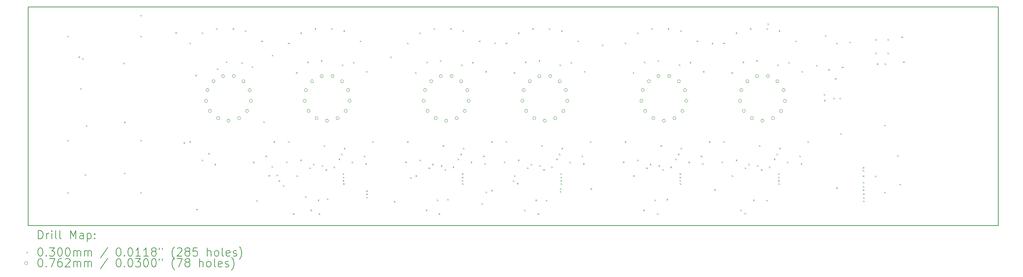
<source format=gbr>
%TF.GenerationSoftware,KiCad,Pcbnew,8.0.5+1*%
%TF.CreationDate,2024-11-03T00:00:47+00:00*%
%TF.ProjectId,nixie_clock,6e697869-655f-4636-9c6f-636b2e6b6963,rev?*%
%TF.SameCoordinates,Original*%
%TF.FileFunction,Drillmap*%
%TF.FilePolarity,Positive*%
%FSLAX45Y45*%
G04 Gerber Fmt 4.5, Leading zero omitted, Abs format (unit mm)*
G04 Created by KiCad (PCBNEW 8.0.5+1) date 2024-11-03 00:00:47*
%MOMM*%
%LPD*%
G01*
G04 APERTURE LIST*
%ADD10C,0.200000*%
%ADD11C,0.100000*%
G04 APERTURE END LIST*
D10*
X2920000Y-7780000D02*
X26545000Y-7780000D01*
X26545000Y-13105000D01*
X2920000Y-13105000D01*
X2920000Y-7780000D01*
D11*
X3877000Y-8480000D02*
X3907000Y-8510000D01*
X3907000Y-8480000D02*
X3877000Y-8510000D01*
X3877000Y-11020000D02*
X3907000Y-11050000D01*
X3907000Y-11020000D02*
X3877000Y-11050000D01*
X3877000Y-12290000D02*
X3907000Y-12320000D01*
X3907000Y-12290000D02*
X3877000Y-12320000D01*
X4145000Y-8985000D02*
X4175000Y-9015000D01*
X4175000Y-8985000D02*
X4145000Y-9015000D01*
X4185000Y-9755000D02*
X4215000Y-9785000D01*
X4215000Y-9755000D02*
X4185000Y-9785000D01*
X4235000Y-9025000D02*
X4265000Y-9055000D01*
X4265000Y-9025000D02*
X4235000Y-9055000D01*
X4295000Y-11855000D02*
X4325000Y-11885000D01*
X4325000Y-11855000D02*
X4295000Y-11885000D01*
X4325000Y-10655000D02*
X4355000Y-10685000D01*
X4355000Y-10655000D02*
X4325000Y-10685000D01*
X5235000Y-9135000D02*
X5265000Y-9165000D01*
X5265000Y-9135000D02*
X5235000Y-9165000D01*
X5255000Y-10575000D02*
X5285000Y-10605000D01*
X5285000Y-10575000D02*
X5255000Y-10605000D01*
X5255000Y-11815000D02*
X5285000Y-11845000D01*
X5285000Y-11815000D02*
X5255000Y-11845000D01*
X5655000Y-7972000D02*
X5685000Y-8002000D01*
X5685000Y-7972000D02*
X5655000Y-8002000D01*
X5655000Y-8480000D02*
X5685000Y-8510000D01*
X5685000Y-8480000D02*
X5655000Y-8510000D01*
X5655000Y-11020000D02*
X5685000Y-11050000D01*
X5685000Y-11020000D02*
X5655000Y-11050000D01*
X5655000Y-12290000D02*
X5685000Y-12320000D01*
X5685000Y-12290000D02*
X5655000Y-12320000D01*
X6505000Y-8395000D02*
X6535000Y-8425000D01*
X6535000Y-8395000D02*
X6505000Y-8425000D01*
X6705000Y-11075000D02*
X6735000Y-11105000D01*
X6735000Y-11075000D02*
X6705000Y-11105000D01*
X6847500Y-8649000D02*
X6877500Y-8679000D01*
X6877500Y-8649000D02*
X6847500Y-8679000D01*
X6847500Y-11049000D02*
X6877500Y-11079000D01*
X6877500Y-11049000D02*
X6847500Y-11079000D01*
X6993001Y-9429649D02*
X7023001Y-9459649D01*
X7023001Y-9429649D02*
X6993001Y-9459649D01*
X7015000Y-12695000D02*
X7045000Y-12725000D01*
X7045000Y-12695000D02*
X7015000Y-12725000D01*
X7147500Y-8399000D02*
X7177500Y-8429000D01*
X7177500Y-8399000D02*
X7147500Y-8429000D01*
X7147500Y-11499000D02*
X7177500Y-11529000D01*
X7177500Y-11499000D02*
X7147500Y-11529000D01*
X7305000Y-11335000D02*
X7335000Y-11365000D01*
X7335000Y-11335000D02*
X7305000Y-11365000D01*
X7457500Y-11599000D02*
X7487500Y-11629000D01*
X7487500Y-11599000D02*
X7457500Y-11629000D01*
X7497500Y-8299000D02*
X7527500Y-8329000D01*
X7527500Y-8299000D02*
X7497500Y-8329000D01*
X7515000Y-9275000D02*
X7545000Y-9305000D01*
X7545000Y-9275000D02*
X7515000Y-9305000D01*
X7735000Y-9105000D02*
X7765000Y-9135000D01*
X7765000Y-9105000D02*
X7735000Y-9135000D01*
X7897500Y-8299000D02*
X7927500Y-8329000D01*
X7927500Y-8299000D02*
X7897500Y-8329000D01*
X8115000Y-9125000D02*
X8145000Y-9155000D01*
X8145000Y-9125000D02*
X8115000Y-9155000D01*
X8197500Y-8349000D02*
X8227500Y-8379000D01*
X8227500Y-8349000D02*
X8197500Y-8379000D01*
X8365000Y-9225000D02*
X8395000Y-9255000D01*
X8395000Y-9225000D02*
X8365000Y-9255000D01*
X8397500Y-11549000D02*
X8427500Y-11579000D01*
X8427500Y-11549000D02*
X8397500Y-11579000D01*
X8475000Y-12485000D02*
X8505000Y-12515000D01*
X8505000Y-12485000D02*
X8475000Y-12515000D01*
X8597500Y-8599000D02*
X8627500Y-8629000D01*
X8627500Y-8599000D02*
X8597500Y-8629000D01*
X8645000Y-10565000D02*
X8675000Y-10595000D01*
X8675000Y-10565000D02*
X8645000Y-10595000D01*
X8697500Y-11399000D02*
X8727500Y-11429000D01*
X8727500Y-11399000D02*
X8697500Y-11429000D01*
X8775000Y-11875000D02*
X8805000Y-11905000D01*
X8805000Y-11875000D02*
X8775000Y-11905000D01*
X8845000Y-11655000D02*
X8875000Y-11685000D01*
X8875000Y-11655000D02*
X8845000Y-11685000D01*
X8855000Y-8945000D02*
X8885000Y-8975000D01*
X8885000Y-8945000D02*
X8855000Y-8975000D01*
X8897500Y-11049000D02*
X8927500Y-11079000D01*
X8927500Y-11049000D02*
X8897500Y-11079000D01*
X8967574Y-11862426D02*
X8997574Y-11892426D01*
X8997574Y-11862426D02*
X8967574Y-11892426D01*
X9020147Y-11999853D02*
X9050147Y-12029853D01*
X9050147Y-11999853D02*
X9020147Y-12029853D01*
X9125000Y-12120203D02*
X9155000Y-12150203D01*
X9155000Y-12120203D02*
X9125000Y-12150203D01*
X9202250Y-11545000D02*
X9232250Y-11575000D01*
X9232250Y-11545000D02*
X9202250Y-11575000D01*
X9247500Y-8649000D02*
X9277500Y-8679000D01*
X9277500Y-8649000D02*
X9247500Y-8679000D01*
X9247500Y-11049000D02*
X9277500Y-11079000D01*
X9277500Y-11049000D02*
X9247500Y-11079000D01*
X9365000Y-12805000D02*
X9395000Y-12835000D01*
X9395000Y-12805000D02*
X9365000Y-12835000D01*
X9442250Y-9370000D02*
X9472250Y-9400000D01*
X9472250Y-9370000D02*
X9442250Y-9400000D01*
X9449824Y-11877426D02*
X9479824Y-11907426D01*
X9479824Y-11877426D02*
X9449824Y-11907426D01*
X9547500Y-8399000D02*
X9577500Y-8429000D01*
X9577500Y-8399000D02*
X9547500Y-8429000D01*
X9547500Y-11499000D02*
X9577500Y-11529000D01*
X9577500Y-11499000D02*
X9547500Y-11529000D01*
X9665000Y-12385000D02*
X9695000Y-12415000D01*
X9695000Y-12385000D02*
X9665000Y-12415000D01*
X9717250Y-9110000D02*
X9747250Y-9140000D01*
X9747250Y-9110000D02*
X9717250Y-9140000D01*
X9767250Y-11690000D02*
X9797250Y-11720000D01*
X9797250Y-11690000D02*
X9767250Y-11720000D01*
X9795000Y-12715000D02*
X9825000Y-12745000D01*
X9825000Y-12715000D02*
X9795000Y-12745000D01*
X9857500Y-11599000D02*
X9887500Y-11629000D01*
X9887500Y-11599000D02*
X9857500Y-11629000D01*
X9897500Y-8299000D02*
X9927500Y-8329000D01*
X9927500Y-8299000D02*
X9897500Y-8329000D01*
X9972250Y-12470203D02*
X10002250Y-12500203D01*
X10002250Y-12470203D02*
X9972250Y-12500203D01*
X9995000Y-12805000D02*
X10025000Y-12835000D01*
X10025000Y-12805000D02*
X9995000Y-12835000D01*
X10047250Y-9075000D02*
X10077250Y-9105000D01*
X10077250Y-9075000D02*
X10047250Y-9105000D01*
X10067250Y-11635000D02*
X10097250Y-11665000D01*
X10097250Y-11635000D02*
X10067250Y-11665000D01*
X10117250Y-11145000D02*
X10147250Y-11175000D01*
X10147250Y-11145000D02*
X10117250Y-11175000D01*
X10162250Y-11730203D02*
X10192250Y-11760203D01*
X10192250Y-11730203D02*
X10162250Y-11760203D01*
X10195000Y-12445000D02*
X10225000Y-12475000D01*
X10225000Y-12445000D02*
X10195000Y-12475000D01*
X10297500Y-8299000D02*
X10327500Y-8329000D01*
X10327500Y-8299000D02*
X10297500Y-8329000D01*
X10357250Y-11665203D02*
X10387250Y-11695203D01*
X10387250Y-11665203D02*
X10357250Y-11695203D01*
X10481392Y-11474142D02*
X10511392Y-11504142D01*
X10511392Y-11474142D02*
X10481392Y-11504142D01*
X10543108Y-11355858D02*
X10573108Y-11385858D01*
X10573108Y-11355858D02*
X10543108Y-11385858D01*
X10562250Y-9180000D02*
X10592250Y-9210000D01*
X10592250Y-9180000D02*
X10562250Y-9210000D01*
X10582250Y-11830203D02*
X10612250Y-11860203D01*
X10612250Y-11830203D02*
X10582250Y-11860203D01*
X10582250Y-11915203D02*
X10612250Y-11945203D01*
X10612250Y-11915203D02*
X10582250Y-11945203D01*
X10582250Y-11995203D02*
X10612250Y-12025203D01*
X10612250Y-11995203D02*
X10582250Y-12025203D01*
X10587950Y-12075000D02*
X10617950Y-12105000D01*
X10617950Y-12075000D02*
X10587950Y-12105000D01*
X10597500Y-8349000D02*
X10627500Y-8379000D01*
X10627500Y-8349000D02*
X10597500Y-8379000D01*
X10607250Y-11210000D02*
X10637250Y-11240000D01*
X10637250Y-11210000D02*
X10607250Y-11240000D01*
X10797500Y-11549000D02*
X10827500Y-11579000D01*
X10827500Y-11549000D02*
X10797500Y-11579000D01*
X10832250Y-9120000D02*
X10862250Y-9150000D01*
X10862250Y-9120000D02*
X10832250Y-9150000D01*
X10997500Y-8599000D02*
X11027500Y-8629000D01*
X11027500Y-8599000D02*
X10997500Y-8629000D01*
X11097500Y-11399000D02*
X11127500Y-11429000D01*
X11127500Y-11399000D02*
X11097500Y-11429000D01*
X11132250Y-11580000D02*
X11162250Y-11610000D01*
X11162250Y-11580000D02*
X11132250Y-11610000D01*
X11152250Y-9340000D02*
X11182250Y-9370000D01*
X11182250Y-9340000D02*
X11152250Y-9370000D01*
X11155000Y-12245000D02*
X11185000Y-12275000D01*
X11185000Y-12245000D02*
X11155000Y-12275000D01*
X11155000Y-12325000D02*
X11185000Y-12355000D01*
X11185000Y-12325000D02*
X11155000Y-12355000D01*
X11155000Y-12405001D02*
X11185000Y-12435001D01*
X11185000Y-12405001D02*
X11155000Y-12435001D01*
X11297500Y-11049000D02*
X11327500Y-11079000D01*
X11327500Y-11049000D02*
X11297500Y-11079000D01*
X11735000Y-8985000D02*
X11765000Y-9015000D01*
X11765000Y-8985000D02*
X11735000Y-9015000D01*
X11825000Y-12505000D02*
X11855000Y-12535000D01*
X11855000Y-12505000D02*
X11825000Y-12535000D01*
X12102250Y-11545000D02*
X12132250Y-11575000D01*
X12132250Y-11545000D02*
X12102250Y-11575000D01*
X12147500Y-8649000D02*
X12177500Y-8679000D01*
X12177500Y-8649000D02*
X12147500Y-8679000D01*
X12147500Y-11049000D02*
X12177500Y-11079000D01*
X12177500Y-11049000D02*
X12147500Y-11079000D01*
X12225000Y-11925000D02*
X12255000Y-11955000D01*
X12255000Y-11925000D02*
X12225000Y-11955000D01*
X12342250Y-9370000D02*
X12372250Y-9400000D01*
X12372250Y-9370000D02*
X12342250Y-9400000D01*
X12349823Y-11877426D02*
X12379823Y-11907426D01*
X12379823Y-11877426D02*
X12349823Y-11907426D01*
X12447500Y-8399000D02*
X12477500Y-8429000D01*
X12477500Y-8399000D02*
X12447500Y-8429000D01*
X12447500Y-11499000D02*
X12477500Y-11529000D01*
X12477500Y-11499000D02*
X12447500Y-11529000D01*
X12605000Y-12715000D02*
X12635000Y-12745000D01*
X12635000Y-12715000D02*
X12605000Y-12745000D01*
X12617250Y-9110000D02*
X12647250Y-9140000D01*
X12647250Y-9110000D02*
X12617250Y-9140000D01*
X12667250Y-11690000D02*
X12697250Y-11720000D01*
X12697250Y-11690000D02*
X12667250Y-11720000D01*
X12757500Y-11599000D02*
X12787500Y-11629000D01*
X12787500Y-11599000D02*
X12757500Y-11629000D01*
X12797500Y-8299000D02*
X12827500Y-8329000D01*
X12827500Y-8299000D02*
X12797500Y-8329000D01*
X12872250Y-12470203D02*
X12902250Y-12500203D01*
X12902250Y-12470203D02*
X12872250Y-12500203D01*
X12915000Y-12805000D02*
X12945000Y-12835000D01*
X12945000Y-12805000D02*
X12915000Y-12835000D01*
X12947250Y-9075000D02*
X12977250Y-9105000D01*
X12977250Y-9075000D02*
X12947250Y-9105000D01*
X12967250Y-11635000D02*
X12997250Y-11665000D01*
X12997250Y-11635000D02*
X12967250Y-11665000D01*
X13017250Y-11145000D02*
X13047250Y-11175000D01*
X13047250Y-11145000D02*
X13017250Y-11175000D01*
X13062250Y-11730203D02*
X13092250Y-11760203D01*
X13092250Y-11730203D02*
X13062250Y-11760203D01*
X13125000Y-12455000D02*
X13155000Y-12485000D01*
X13155000Y-12455000D02*
X13125000Y-12485000D01*
X13197500Y-8299000D02*
X13227500Y-8329000D01*
X13227500Y-8299000D02*
X13197500Y-8329000D01*
X13257250Y-11665203D02*
X13287250Y-11695203D01*
X13287250Y-11665203D02*
X13257250Y-11695203D01*
X13381392Y-11474142D02*
X13411392Y-11504142D01*
X13411392Y-11474142D02*
X13381392Y-11504142D01*
X13443108Y-11355858D02*
X13473108Y-11385858D01*
X13473108Y-11355858D02*
X13443108Y-11385858D01*
X13462250Y-9180000D02*
X13492250Y-9210000D01*
X13492250Y-9180000D02*
X13462250Y-9210000D01*
X13482250Y-11830203D02*
X13512250Y-11860203D01*
X13512250Y-11830203D02*
X13482250Y-11860203D01*
X13482250Y-11915203D02*
X13512250Y-11945203D01*
X13512250Y-11915203D02*
X13482250Y-11945203D01*
X13482250Y-11995203D02*
X13512250Y-12025203D01*
X13512250Y-11995203D02*
X13482250Y-12025203D01*
X13487950Y-12075000D02*
X13517950Y-12105000D01*
X13517950Y-12075000D02*
X13487950Y-12105000D01*
X13497500Y-8349000D02*
X13527500Y-8379000D01*
X13527500Y-8349000D02*
X13497500Y-8379000D01*
X13507250Y-11210000D02*
X13537250Y-11240000D01*
X13537250Y-11210000D02*
X13507250Y-11240000D01*
X13697500Y-11549000D02*
X13727500Y-11579000D01*
X13727500Y-11549000D02*
X13697500Y-11579000D01*
X13732250Y-9120000D02*
X13762250Y-9150000D01*
X13762250Y-9120000D02*
X13732250Y-9150000D01*
X13897500Y-8599000D02*
X13927500Y-8629000D01*
X13927500Y-8599000D02*
X13897500Y-8629000D01*
X13955000Y-12555000D02*
X13985000Y-12585000D01*
X13985000Y-12555000D02*
X13955000Y-12585000D01*
X13997500Y-11399000D02*
X14027500Y-11429000D01*
X14027500Y-11399000D02*
X13997500Y-11429000D01*
X14032250Y-11580000D02*
X14062250Y-11610000D01*
X14062250Y-11580000D02*
X14032250Y-11610000D01*
X14052250Y-9340000D02*
X14082250Y-9370000D01*
X14082250Y-9340000D02*
X14052250Y-9370000D01*
X14055000Y-12275000D02*
X14085000Y-12305000D01*
X14085000Y-12275000D02*
X14055000Y-12305000D01*
X14195000Y-12235000D02*
X14225000Y-12265000D01*
X14225000Y-12235000D02*
X14195000Y-12265000D01*
X14197500Y-11049000D02*
X14227500Y-11079000D01*
X14227500Y-11049000D02*
X14197500Y-11079000D01*
X14275000Y-8645000D02*
X14305000Y-8675000D01*
X14305000Y-8645000D02*
X14275000Y-8675000D01*
X14502250Y-11545000D02*
X14532250Y-11575000D01*
X14532250Y-11545000D02*
X14502250Y-11575000D01*
X14547500Y-8649000D02*
X14577500Y-8679000D01*
X14577500Y-8649000D02*
X14547500Y-8679000D01*
X14547500Y-11049000D02*
X14577500Y-11079000D01*
X14577500Y-11049000D02*
X14547500Y-11079000D01*
X14725000Y-12005000D02*
X14755000Y-12035000D01*
X14755000Y-12005000D02*
X14725000Y-12035000D01*
X14742250Y-9370000D02*
X14772250Y-9400000D01*
X14772250Y-9370000D02*
X14742250Y-9400000D01*
X14749823Y-11877426D02*
X14779823Y-11907426D01*
X14779823Y-11877426D02*
X14749823Y-11907426D01*
X14825000Y-12065000D02*
X14855000Y-12095000D01*
X14855000Y-12065000D02*
X14825000Y-12095000D01*
X14847500Y-8399000D02*
X14877500Y-8429000D01*
X14877500Y-8399000D02*
X14847500Y-8429000D01*
X14847500Y-11499000D02*
X14877500Y-11529000D01*
X14877500Y-11499000D02*
X14847500Y-11529000D01*
X14995000Y-12715000D02*
X15025000Y-12745000D01*
X15025000Y-12715000D02*
X14995000Y-12745000D01*
X15017250Y-9110000D02*
X15047250Y-9140000D01*
X15047250Y-9110000D02*
X15017250Y-9140000D01*
X15067250Y-11690000D02*
X15097250Y-11720000D01*
X15097250Y-11690000D02*
X15067250Y-11720000D01*
X15157500Y-11599000D02*
X15187500Y-11629000D01*
X15187500Y-11599000D02*
X15157500Y-11629000D01*
X15197500Y-8299000D02*
X15227500Y-8329000D01*
X15227500Y-8299000D02*
X15197500Y-8329000D01*
X15272250Y-12470203D02*
X15302250Y-12500203D01*
X15302250Y-12470203D02*
X15272250Y-12500203D01*
X15325000Y-12805000D02*
X15355000Y-12835000D01*
X15355000Y-12805000D02*
X15325000Y-12835000D01*
X15347250Y-9075000D02*
X15377250Y-9105000D01*
X15377250Y-9075000D02*
X15347250Y-9105000D01*
X15367250Y-11635000D02*
X15397250Y-11665000D01*
X15397250Y-11635000D02*
X15367250Y-11665000D01*
X15417250Y-11145000D02*
X15447250Y-11175000D01*
X15447250Y-11145000D02*
X15417250Y-11175000D01*
X15462250Y-11730203D02*
X15492250Y-11760203D01*
X15492250Y-11730203D02*
X15462250Y-11760203D01*
X15525000Y-12475000D02*
X15555000Y-12505000D01*
X15555000Y-12475000D02*
X15525000Y-12505000D01*
X15597500Y-8299000D02*
X15627500Y-8329000D01*
X15627500Y-8299000D02*
X15597500Y-8329000D01*
X15657250Y-11665203D02*
X15687250Y-11695203D01*
X15687250Y-11665203D02*
X15657250Y-11695203D01*
X15781392Y-11474142D02*
X15811392Y-11504142D01*
X15811392Y-11474142D02*
X15781392Y-11504142D01*
X15843108Y-11355858D02*
X15873108Y-11385858D01*
X15873108Y-11355858D02*
X15843108Y-11385858D01*
X15862250Y-9180000D02*
X15892250Y-9210000D01*
X15892250Y-9180000D02*
X15862250Y-9210000D01*
X15865000Y-12265000D02*
X15895000Y-12295000D01*
X15895000Y-12265000D02*
X15865000Y-12295000D01*
X15875000Y-12195000D02*
X15905000Y-12225000D01*
X15905000Y-12195000D02*
X15875000Y-12225000D01*
X15882250Y-11830203D02*
X15912250Y-11860203D01*
X15912250Y-11830203D02*
X15882250Y-11860203D01*
X15882250Y-11915203D02*
X15912250Y-11945203D01*
X15912250Y-11915203D02*
X15882250Y-11945203D01*
X15882250Y-11995203D02*
X15912250Y-12025203D01*
X15912250Y-11995203D02*
X15882250Y-12025203D01*
X15887950Y-12075000D02*
X15917950Y-12105000D01*
X15917950Y-12075000D02*
X15887950Y-12105000D01*
X15897500Y-8349000D02*
X15927500Y-8379000D01*
X15927500Y-8349000D02*
X15897500Y-8379000D01*
X15907250Y-11210000D02*
X15937250Y-11240000D01*
X15937250Y-11210000D02*
X15907250Y-11240000D01*
X16097500Y-11549000D02*
X16127500Y-11579000D01*
X16127500Y-11549000D02*
X16097500Y-11579000D01*
X16132250Y-9120000D02*
X16162250Y-9150000D01*
X16162250Y-9120000D02*
X16132250Y-9150000D01*
X16297500Y-8599000D02*
X16327500Y-8629000D01*
X16327500Y-8599000D02*
X16297500Y-8629000D01*
X16397500Y-11399000D02*
X16427500Y-11429000D01*
X16427500Y-11399000D02*
X16397500Y-11429000D01*
X16432250Y-11580000D02*
X16462250Y-11610000D01*
X16462250Y-11580000D02*
X16432250Y-11610000D01*
X16452250Y-9340000D02*
X16482250Y-9370000D01*
X16482250Y-9340000D02*
X16452250Y-9370000D01*
X16597500Y-11049000D02*
X16627500Y-11079000D01*
X16627500Y-11049000D02*
X16597500Y-11079000D01*
X16615000Y-12195000D02*
X16645000Y-12225000D01*
X16645000Y-12195000D02*
X16615000Y-12225000D01*
X16895000Y-8695000D02*
X16925000Y-8725000D01*
X16925000Y-8695000D02*
X16895000Y-8725000D01*
X17402250Y-11545000D02*
X17432250Y-11575000D01*
X17432250Y-11545000D02*
X17402250Y-11575000D01*
X17447500Y-8649000D02*
X17477500Y-8679000D01*
X17477500Y-8649000D02*
X17447500Y-8679000D01*
X17447500Y-11049000D02*
X17477500Y-11079000D01*
X17477500Y-11049000D02*
X17447500Y-11079000D01*
X17642250Y-9370000D02*
X17672250Y-9400000D01*
X17672250Y-9370000D02*
X17642250Y-9400000D01*
X17649824Y-11877426D02*
X17679824Y-11907426D01*
X17679824Y-11877426D02*
X17649824Y-11907426D01*
X17747500Y-8399000D02*
X17777500Y-8429000D01*
X17777500Y-8399000D02*
X17747500Y-8429000D01*
X17747500Y-11499000D02*
X17777500Y-11529000D01*
X17777500Y-11499000D02*
X17747500Y-11529000D01*
X17895000Y-12715000D02*
X17925000Y-12745000D01*
X17925000Y-12715000D02*
X17895000Y-12745000D01*
X17917250Y-9110000D02*
X17947250Y-9140000D01*
X17947250Y-9110000D02*
X17917250Y-9140000D01*
X17967250Y-11690000D02*
X17997250Y-11720000D01*
X17997250Y-11690000D02*
X17967250Y-11720000D01*
X18057500Y-11599000D02*
X18087500Y-11629000D01*
X18087500Y-11599000D02*
X18057500Y-11629000D01*
X18097500Y-8299000D02*
X18127500Y-8329000D01*
X18127500Y-8299000D02*
X18097500Y-8329000D01*
X18172250Y-12470203D02*
X18202250Y-12500203D01*
X18202250Y-12470203D02*
X18172250Y-12500203D01*
X18235000Y-12805000D02*
X18265000Y-12835000D01*
X18265000Y-12805000D02*
X18235000Y-12835000D01*
X18247250Y-9075000D02*
X18277250Y-9105000D01*
X18277250Y-9075000D02*
X18247250Y-9105000D01*
X18267250Y-11635000D02*
X18297250Y-11665000D01*
X18297250Y-11635000D02*
X18267250Y-11665000D01*
X18317250Y-11145000D02*
X18347250Y-11175000D01*
X18347250Y-11145000D02*
X18317250Y-11175000D01*
X18362250Y-11730203D02*
X18392250Y-11760203D01*
X18392250Y-11730203D02*
X18362250Y-11760203D01*
X18465000Y-12455000D02*
X18495000Y-12485000D01*
X18495000Y-12455000D02*
X18465000Y-12485000D01*
X18497500Y-8299000D02*
X18527500Y-8329000D01*
X18527500Y-8299000D02*
X18497500Y-8329000D01*
X18557250Y-11665203D02*
X18587250Y-11695203D01*
X18587250Y-11665203D02*
X18557250Y-11695203D01*
X18681392Y-11474142D02*
X18711392Y-11504142D01*
X18711392Y-11474142D02*
X18681392Y-11504142D01*
X18743108Y-11355858D02*
X18773108Y-11385858D01*
X18773108Y-11355858D02*
X18743108Y-11385858D01*
X18762250Y-9180000D02*
X18792250Y-9210000D01*
X18792250Y-9180000D02*
X18762250Y-9210000D01*
X18782250Y-11830203D02*
X18812250Y-11860203D01*
X18812250Y-11830203D02*
X18782250Y-11860203D01*
X18782250Y-11915203D02*
X18812250Y-11945203D01*
X18812250Y-11915203D02*
X18782250Y-11945203D01*
X18782250Y-11995203D02*
X18812250Y-12025203D01*
X18812250Y-11995203D02*
X18782250Y-12025203D01*
X18787950Y-12075000D02*
X18817950Y-12105000D01*
X18817950Y-12075000D02*
X18787950Y-12105000D01*
X18797500Y-8349000D02*
X18827500Y-8379000D01*
X18827500Y-8349000D02*
X18797500Y-8379000D01*
X18807250Y-11210000D02*
X18837250Y-11240000D01*
X18837250Y-11210000D02*
X18807250Y-11240000D01*
X18997500Y-11549000D02*
X19027500Y-11579000D01*
X19027500Y-11549000D02*
X18997500Y-11579000D01*
X19032250Y-9120000D02*
X19062250Y-9150000D01*
X19062250Y-9120000D02*
X19032250Y-9150000D01*
X19197500Y-8599000D02*
X19227500Y-8629000D01*
X19227500Y-8599000D02*
X19197500Y-8629000D01*
X19297500Y-11399000D02*
X19327500Y-11429000D01*
X19327500Y-11399000D02*
X19297500Y-11429000D01*
X19332250Y-11580000D02*
X19362250Y-11610000D01*
X19362250Y-11580000D02*
X19332250Y-11610000D01*
X19352250Y-9340000D02*
X19382250Y-9370000D01*
X19382250Y-9340000D02*
X19352250Y-9370000D01*
X19497500Y-11049000D02*
X19527500Y-11079000D01*
X19527500Y-11049000D02*
X19497500Y-11079000D01*
X19565000Y-8655000D02*
X19595000Y-8685000D01*
X19595000Y-8655000D02*
X19565000Y-8685000D01*
X19625000Y-12215000D02*
X19655000Y-12245000D01*
X19655000Y-12215000D02*
X19625000Y-12245000D01*
X19802250Y-11545000D02*
X19832250Y-11575000D01*
X19832250Y-11545000D02*
X19802250Y-11575000D01*
X19847500Y-8649000D02*
X19877500Y-8679000D01*
X19877500Y-8649000D02*
X19847500Y-8679000D01*
X19847500Y-11049000D02*
X19877500Y-11079000D01*
X19877500Y-11049000D02*
X19847500Y-11079000D01*
X20042250Y-9370000D02*
X20072250Y-9400000D01*
X20072250Y-9370000D02*
X20042250Y-9400000D01*
X20049824Y-11877426D02*
X20079824Y-11907426D01*
X20079824Y-11877426D02*
X20049824Y-11907426D01*
X20147500Y-8399000D02*
X20177500Y-8429000D01*
X20177500Y-8399000D02*
X20147500Y-8429000D01*
X20147500Y-11499000D02*
X20177500Y-11529000D01*
X20177500Y-11499000D02*
X20147500Y-11529000D01*
X20265000Y-12715000D02*
X20295000Y-12745000D01*
X20295000Y-12715000D02*
X20265000Y-12745000D01*
X20317250Y-9110000D02*
X20347250Y-9140000D01*
X20347250Y-9110000D02*
X20317250Y-9140000D01*
X20365000Y-12795000D02*
X20395000Y-12825000D01*
X20395000Y-12795000D02*
X20365000Y-12825000D01*
X20367250Y-11690000D02*
X20397250Y-11720000D01*
X20397250Y-11690000D02*
X20367250Y-11720000D01*
X20457500Y-11599000D02*
X20487500Y-11629000D01*
X20487500Y-11599000D02*
X20457500Y-11629000D01*
X20497500Y-8299000D02*
X20527500Y-8329000D01*
X20527500Y-8299000D02*
X20497500Y-8329000D01*
X20572250Y-12470203D02*
X20602250Y-12500203D01*
X20602250Y-12470203D02*
X20572250Y-12500203D01*
X20647250Y-9075000D02*
X20677250Y-9105000D01*
X20677250Y-9075000D02*
X20647250Y-9105000D01*
X20667250Y-11635000D02*
X20697250Y-11665000D01*
X20697250Y-11635000D02*
X20667250Y-11665000D01*
X20717250Y-11145000D02*
X20747250Y-11175000D01*
X20747250Y-11145000D02*
X20717250Y-11175000D01*
X20762250Y-11730203D02*
X20792250Y-11760203D01*
X20792250Y-11730203D02*
X20762250Y-11760203D01*
X20895000Y-12475000D02*
X20925000Y-12505000D01*
X20925000Y-12475000D02*
X20895000Y-12505000D01*
X20897500Y-8299000D02*
X20927500Y-8329000D01*
X20927500Y-8299000D02*
X20897500Y-8329000D01*
X20925000Y-8178000D02*
X20955000Y-8208000D01*
X20955000Y-8178000D02*
X20925000Y-8208000D01*
X20957250Y-11665203D02*
X20987250Y-11695203D01*
X20987250Y-11665203D02*
X20957250Y-11695203D01*
X21081392Y-11474142D02*
X21111392Y-11504142D01*
X21111392Y-11474142D02*
X21081392Y-11504142D01*
X21143108Y-11355858D02*
X21173108Y-11385858D01*
X21173108Y-11355858D02*
X21143108Y-11385858D01*
X21162250Y-9180000D02*
X21192250Y-9210000D01*
X21192250Y-9180000D02*
X21162250Y-9210000D01*
X21182250Y-11830203D02*
X21212250Y-11860203D01*
X21212250Y-11830203D02*
X21182250Y-11860203D01*
X21182250Y-11915203D02*
X21212250Y-11945203D01*
X21212250Y-11915203D02*
X21182250Y-11945203D01*
X21182250Y-11995203D02*
X21212250Y-12025203D01*
X21212250Y-11995203D02*
X21182250Y-12025203D01*
X21187950Y-12075000D02*
X21217950Y-12105000D01*
X21217950Y-12075000D02*
X21187950Y-12105000D01*
X21197500Y-8349000D02*
X21227500Y-8379000D01*
X21227500Y-8349000D02*
X21197500Y-8379000D01*
X21207250Y-11210000D02*
X21237250Y-11240000D01*
X21237250Y-11210000D02*
X21207250Y-11240000D01*
X21397500Y-11549000D02*
X21427500Y-11579000D01*
X21427500Y-11549000D02*
X21397500Y-11579000D01*
X21432250Y-9120000D02*
X21462250Y-9150000D01*
X21462250Y-9120000D02*
X21432250Y-9150000D01*
X21597500Y-8599000D02*
X21627500Y-8629000D01*
X21627500Y-8599000D02*
X21597500Y-8629000D01*
X21697500Y-11399000D02*
X21727500Y-11429000D01*
X21727500Y-11399000D02*
X21697500Y-11429000D01*
X21732250Y-11580000D02*
X21762250Y-11610000D01*
X21762250Y-11580000D02*
X21732250Y-11610000D01*
X21752250Y-9340000D02*
X21782250Y-9370000D01*
X21782250Y-9340000D02*
X21752250Y-9370000D01*
X21897500Y-11049000D02*
X21927500Y-11079000D01*
X21927500Y-11049000D02*
X21897500Y-11079000D01*
X22105000Y-9191500D02*
X22135000Y-9221500D01*
X22135000Y-9191500D02*
X22105000Y-9221500D01*
X22295000Y-9896500D02*
X22325000Y-9926500D01*
X22325000Y-9896500D02*
X22295000Y-9926500D01*
X22300000Y-10041500D02*
X22330000Y-10071500D01*
X22330000Y-10041500D02*
X22300000Y-10071500D01*
X22325000Y-8461500D02*
X22355000Y-8491500D01*
X22355000Y-8461500D02*
X22325000Y-8491500D01*
X22405000Y-9291500D02*
X22435000Y-9321500D01*
X22435000Y-9291500D02*
X22405000Y-9321500D01*
X22525000Y-9991500D02*
X22555000Y-10021500D01*
X22555000Y-9991500D02*
X22525000Y-10021500D01*
X22567560Y-9513115D02*
X22597560Y-9543115D01*
X22597560Y-9513115D02*
X22567560Y-9543115D01*
X22595000Y-8649000D02*
X22625000Y-8679000D01*
X22625000Y-8649000D02*
X22595000Y-8679000D01*
X22595000Y-12175000D02*
X22625000Y-12205000D01*
X22625000Y-12175000D02*
X22595000Y-12205000D01*
X22675000Y-9991500D02*
X22705000Y-10021500D01*
X22705000Y-9991500D02*
X22675000Y-10021500D01*
X22695000Y-10855000D02*
X22725000Y-10885000D01*
X22725000Y-10855000D02*
X22695000Y-10885000D01*
X22735000Y-9234000D02*
X22765000Y-9264000D01*
X22765000Y-9234000D02*
X22735000Y-9264000D01*
X22916000Y-8623000D02*
X22946000Y-8653000D01*
X22946000Y-8623000D02*
X22916000Y-8653000D01*
X23245000Y-11680000D02*
X23275000Y-11710000D01*
X23275000Y-11680000D02*
X23245000Y-11710000D01*
X23245000Y-11751500D02*
X23275000Y-11781500D01*
X23275000Y-11751500D02*
X23245000Y-11781500D01*
X23245000Y-11881500D02*
X23275000Y-11911500D01*
X23275000Y-11881500D02*
X23245000Y-11911500D01*
X23245000Y-12041500D02*
X23275000Y-12071500D01*
X23275000Y-12041500D02*
X23245000Y-12071500D01*
X23245000Y-12141500D02*
X23275000Y-12171500D01*
X23275000Y-12141500D02*
X23245000Y-12171500D01*
X23245000Y-12221500D02*
X23275000Y-12251500D01*
X23275000Y-12221500D02*
X23245000Y-12251500D01*
X23250000Y-12321500D02*
X23280000Y-12351500D01*
X23280000Y-12321500D02*
X23250000Y-12351500D01*
X23250000Y-12411500D02*
X23280000Y-12441500D01*
X23280000Y-12411500D02*
X23250000Y-12441500D01*
X23250000Y-12496500D02*
X23280000Y-12526500D01*
X23280000Y-12496500D02*
X23250000Y-12526500D01*
X23540000Y-11885000D02*
X23570000Y-11915000D01*
X23570000Y-11885000D02*
X23540000Y-11915000D01*
X23550000Y-8561500D02*
X23580000Y-8591500D01*
X23580000Y-8561500D02*
X23550000Y-8591500D01*
X23550000Y-8891500D02*
X23580000Y-8921500D01*
X23580000Y-8891500D02*
X23550000Y-8921500D01*
X23585000Y-9151500D02*
X23615000Y-9181500D01*
X23615000Y-9151500D02*
X23585000Y-9181500D01*
X23765000Y-10648000D02*
X23795000Y-10678000D01*
X23795000Y-10648000D02*
X23765000Y-10678000D01*
X23765000Y-12281500D02*
X23795000Y-12311500D01*
X23795000Y-12281500D02*
X23765000Y-12311500D01*
X23775000Y-9151500D02*
X23805000Y-9181500D01*
X23805000Y-9151500D02*
X23775000Y-9181500D01*
X23845000Y-8561500D02*
X23875000Y-8591500D01*
X23875000Y-8561500D02*
X23845000Y-8591500D01*
X23845000Y-8891500D02*
X23875000Y-8921500D01*
X23875000Y-8891500D02*
X23845000Y-8921500D01*
X24079352Y-11388371D02*
X24109352Y-11418371D01*
X24109352Y-11388371D02*
X24079352Y-11418371D01*
X24135000Y-12085000D02*
X24165000Y-12115000D01*
X24165000Y-12085000D02*
X24135000Y-12115000D01*
X24185000Y-8495000D02*
X24215000Y-8525000D01*
X24215000Y-8495000D02*
X24185000Y-8525000D01*
X24225000Y-9105000D02*
X24255000Y-9135000D01*
X24255000Y-9105000D02*
X24225000Y-9135000D01*
X7292110Y-10066295D02*
G75*
G02*
X7215910Y-10066295I-38100J0D01*
G01*
X7215910Y-10066295D02*
G75*
G02*
X7292110Y-10066295I38100J0D01*
G01*
X7323841Y-9804967D02*
G75*
G02*
X7247641Y-9804967I-38100J0D01*
G01*
X7247641Y-9804967D02*
G75*
G02*
X7323841Y-9804967I38100J0D01*
G01*
X7385459Y-10312436D02*
G75*
G02*
X7309259Y-10312436I-38100J0D01*
G01*
X7309259Y-10312436D02*
G75*
G02*
X7385459Y-10312436I38100J0D01*
G01*
X7473382Y-9588319D02*
G75*
G02*
X7397182Y-9588319I-38100J0D01*
G01*
X7397182Y-9588319D02*
G75*
G02*
X7473382Y-9588319I38100J0D01*
G01*
X7582502Y-10487001D02*
G75*
G02*
X7506302Y-10487001I-38100J0D01*
G01*
X7506302Y-10487001D02*
G75*
G02*
X7582502Y-10487001I38100J0D01*
G01*
X7706476Y-9465982D02*
G75*
G02*
X7630276Y-9465982I-38100J0D01*
G01*
X7630276Y-9465982D02*
G75*
G02*
X7706476Y-9465982I38100J0D01*
G01*
X7838100Y-10550000D02*
G75*
G02*
X7761900Y-10550000I-38100J0D01*
G01*
X7761900Y-10550000D02*
G75*
G02*
X7838100Y-10550000I38100J0D01*
G01*
X7969724Y-9465982D02*
G75*
G02*
X7893524Y-9465982I-38100J0D01*
G01*
X7893524Y-9465982D02*
G75*
G02*
X7969724Y-9465982I38100J0D01*
G01*
X8093698Y-10487001D02*
G75*
G02*
X8017498Y-10487001I-38100J0D01*
G01*
X8017498Y-10487001D02*
G75*
G02*
X8093698Y-10487001I38100J0D01*
G01*
X8202817Y-9588319D02*
G75*
G02*
X8126617Y-9588319I-38100J0D01*
G01*
X8126617Y-9588319D02*
G75*
G02*
X8202817Y-9588319I38100J0D01*
G01*
X8290741Y-10312436D02*
G75*
G02*
X8214541Y-10312436I-38100J0D01*
G01*
X8214541Y-10312436D02*
G75*
G02*
X8290741Y-10312436I38100J0D01*
G01*
X8352359Y-9804967D02*
G75*
G02*
X8276159Y-9804967I-38100J0D01*
G01*
X8276159Y-9804967D02*
G75*
G02*
X8352359Y-9804967I38100J0D01*
G01*
X8384090Y-10066295D02*
G75*
G02*
X8307890Y-10066295I-38100J0D01*
G01*
X8307890Y-10066295D02*
G75*
G02*
X8384090Y-10066295I38100J0D01*
G01*
X9692110Y-10066295D02*
G75*
G02*
X9615910Y-10066295I-38100J0D01*
G01*
X9615910Y-10066295D02*
G75*
G02*
X9692110Y-10066295I38100J0D01*
G01*
X9723841Y-9804967D02*
G75*
G02*
X9647641Y-9804967I-38100J0D01*
G01*
X9647641Y-9804967D02*
G75*
G02*
X9723841Y-9804967I38100J0D01*
G01*
X9785459Y-10312436D02*
G75*
G02*
X9709259Y-10312436I-38100J0D01*
G01*
X9709259Y-10312436D02*
G75*
G02*
X9785459Y-10312436I38100J0D01*
G01*
X9873383Y-9588319D02*
G75*
G02*
X9797183Y-9588319I-38100J0D01*
G01*
X9797183Y-9588319D02*
G75*
G02*
X9873383Y-9588319I38100J0D01*
G01*
X9982502Y-10487001D02*
G75*
G02*
X9906302Y-10487001I-38100J0D01*
G01*
X9906302Y-10487001D02*
G75*
G02*
X9982502Y-10487001I38100J0D01*
G01*
X10106476Y-9465982D02*
G75*
G02*
X10030276Y-9465982I-38100J0D01*
G01*
X10030276Y-9465982D02*
G75*
G02*
X10106476Y-9465982I38100J0D01*
G01*
X10238100Y-10550000D02*
G75*
G02*
X10161900Y-10550000I-38100J0D01*
G01*
X10161900Y-10550000D02*
G75*
G02*
X10238100Y-10550000I38100J0D01*
G01*
X10369724Y-9465982D02*
G75*
G02*
X10293524Y-9465982I-38100J0D01*
G01*
X10293524Y-9465982D02*
G75*
G02*
X10369724Y-9465982I38100J0D01*
G01*
X10493698Y-10487001D02*
G75*
G02*
X10417498Y-10487001I-38100J0D01*
G01*
X10417498Y-10487001D02*
G75*
G02*
X10493698Y-10487001I38100J0D01*
G01*
X10602818Y-9588319D02*
G75*
G02*
X10526618Y-9588319I-38100J0D01*
G01*
X10526618Y-9588319D02*
G75*
G02*
X10602818Y-9588319I38100J0D01*
G01*
X10690741Y-10312436D02*
G75*
G02*
X10614541Y-10312436I-38100J0D01*
G01*
X10614541Y-10312436D02*
G75*
G02*
X10690741Y-10312436I38100J0D01*
G01*
X10752359Y-9804967D02*
G75*
G02*
X10676159Y-9804967I-38100J0D01*
G01*
X10676159Y-9804967D02*
G75*
G02*
X10752359Y-9804967I38100J0D01*
G01*
X10784090Y-10066295D02*
G75*
G02*
X10707890Y-10066295I-38100J0D01*
G01*
X10707890Y-10066295D02*
G75*
G02*
X10784090Y-10066295I38100J0D01*
G01*
X12592110Y-10066295D02*
G75*
G02*
X12515910Y-10066295I-38100J0D01*
G01*
X12515910Y-10066295D02*
G75*
G02*
X12592110Y-10066295I38100J0D01*
G01*
X12623841Y-9804967D02*
G75*
G02*
X12547641Y-9804967I-38100J0D01*
G01*
X12547641Y-9804967D02*
G75*
G02*
X12623841Y-9804967I38100J0D01*
G01*
X12685459Y-10312436D02*
G75*
G02*
X12609259Y-10312436I-38100J0D01*
G01*
X12609259Y-10312436D02*
G75*
G02*
X12685459Y-10312436I38100J0D01*
G01*
X12773382Y-9588319D02*
G75*
G02*
X12697182Y-9588319I-38100J0D01*
G01*
X12697182Y-9588319D02*
G75*
G02*
X12773382Y-9588319I38100J0D01*
G01*
X12882502Y-10487001D02*
G75*
G02*
X12806302Y-10487001I-38100J0D01*
G01*
X12806302Y-10487001D02*
G75*
G02*
X12882502Y-10487001I38100J0D01*
G01*
X13006476Y-9465982D02*
G75*
G02*
X12930276Y-9465982I-38100J0D01*
G01*
X12930276Y-9465982D02*
G75*
G02*
X13006476Y-9465982I38100J0D01*
G01*
X13138100Y-10550000D02*
G75*
G02*
X13061900Y-10550000I-38100J0D01*
G01*
X13061900Y-10550000D02*
G75*
G02*
X13138100Y-10550000I38100J0D01*
G01*
X13269724Y-9465982D02*
G75*
G02*
X13193524Y-9465982I-38100J0D01*
G01*
X13193524Y-9465982D02*
G75*
G02*
X13269724Y-9465982I38100J0D01*
G01*
X13393698Y-10487001D02*
G75*
G02*
X13317498Y-10487001I-38100J0D01*
G01*
X13317498Y-10487001D02*
G75*
G02*
X13393698Y-10487001I38100J0D01*
G01*
X13502817Y-9588319D02*
G75*
G02*
X13426617Y-9588319I-38100J0D01*
G01*
X13426617Y-9588319D02*
G75*
G02*
X13502817Y-9588319I38100J0D01*
G01*
X13590741Y-10312436D02*
G75*
G02*
X13514541Y-10312436I-38100J0D01*
G01*
X13514541Y-10312436D02*
G75*
G02*
X13590741Y-10312436I38100J0D01*
G01*
X13652359Y-9804967D02*
G75*
G02*
X13576159Y-9804967I-38100J0D01*
G01*
X13576159Y-9804967D02*
G75*
G02*
X13652359Y-9804967I38100J0D01*
G01*
X13684090Y-10066295D02*
G75*
G02*
X13607890Y-10066295I-38100J0D01*
G01*
X13607890Y-10066295D02*
G75*
G02*
X13684090Y-10066295I38100J0D01*
G01*
X14992110Y-10066295D02*
G75*
G02*
X14915910Y-10066295I-38100J0D01*
G01*
X14915910Y-10066295D02*
G75*
G02*
X14992110Y-10066295I38100J0D01*
G01*
X15023841Y-9804967D02*
G75*
G02*
X14947641Y-9804967I-38100J0D01*
G01*
X14947641Y-9804967D02*
G75*
G02*
X15023841Y-9804967I38100J0D01*
G01*
X15085459Y-10312436D02*
G75*
G02*
X15009259Y-10312436I-38100J0D01*
G01*
X15009259Y-10312436D02*
G75*
G02*
X15085459Y-10312436I38100J0D01*
G01*
X15173382Y-9588319D02*
G75*
G02*
X15097182Y-9588319I-38100J0D01*
G01*
X15097182Y-9588319D02*
G75*
G02*
X15173382Y-9588319I38100J0D01*
G01*
X15282502Y-10487001D02*
G75*
G02*
X15206302Y-10487001I-38100J0D01*
G01*
X15206302Y-10487001D02*
G75*
G02*
X15282502Y-10487001I38100J0D01*
G01*
X15406476Y-9465982D02*
G75*
G02*
X15330276Y-9465982I-38100J0D01*
G01*
X15330276Y-9465982D02*
G75*
G02*
X15406476Y-9465982I38100J0D01*
G01*
X15538100Y-10550000D02*
G75*
G02*
X15461900Y-10550000I-38100J0D01*
G01*
X15461900Y-10550000D02*
G75*
G02*
X15538100Y-10550000I38100J0D01*
G01*
X15669724Y-9465982D02*
G75*
G02*
X15593524Y-9465982I-38100J0D01*
G01*
X15593524Y-9465982D02*
G75*
G02*
X15669724Y-9465982I38100J0D01*
G01*
X15793698Y-10487001D02*
G75*
G02*
X15717498Y-10487001I-38100J0D01*
G01*
X15717498Y-10487001D02*
G75*
G02*
X15793698Y-10487001I38100J0D01*
G01*
X15902817Y-9588319D02*
G75*
G02*
X15826617Y-9588319I-38100J0D01*
G01*
X15826617Y-9588319D02*
G75*
G02*
X15902817Y-9588319I38100J0D01*
G01*
X15990741Y-10312436D02*
G75*
G02*
X15914541Y-10312436I-38100J0D01*
G01*
X15914541Y-10312436D02*
G75*
G02*
X15990741Y-10312436I38100J0D01*
G01*
X16052359Y-9804967D02*
G75*
G02*
X15976159Y-9804967I-38100J0D01*
G01*
X15976159Y-9804967D02*
G75*
G02*
X16052359Y-9804967I38100J0D01*
G01*
X16084090Y-10066295D02*
G75*
G02*
X16007890Y-10066295I-38100J0D01*
G01*
X16007890Y-10066295D02*
G75*
G02*
X16084090Y-10066295I38100J0D01*
G01*
X17892110Y-10066295D02*
G75*
G02*
X17815910Y-10066295I-38100J0D01*
G01*
X17815910Y-10066295D02*
G75*
G02*
X17892110Y-10066295I38100J0D01*
G01*
X17923841Y-9804967D02*
G75*
G02*
X17847641Y-9804967I-38100J0D01*
G01*
X17847641Y-9804967D02*
G75*
G02*
X17923841Y-9804967I38100J0D01*
G01*
X17985459Y-10312436D02*
G75*
G02*
X17909259Y-10312436I-38100J0D01*
G01*
X17909259Y-10312436D02*
G75*
G02*
X17985459Y-10312436I38100J0D01*
G01*
X18073383Y-9588319D02*
G75*
G02*
X17997183Y-9588319I-38100J0D01*
G01*
X17997183Y-9588319D02*
G75*
G02*
X18073383Y-9588319I38100J0D01*
G01*
X18182502Y-10487001D02*
G75*
G02*
X18106302Y-10487001I-38100J0D01*
G01*
X18106302Y-10487001D02*
G75*
G02*
X18182502Y-10487001I38100J0D01*
G01*
X18306476Y-9465982D02*
G75*
G02*
X18230276Y-9465982I-38100J0D01*
G01*
X18230276Y-9465982D02*
G75*
G02*
X18306476Y-9465982I38100J0D01*
G01*
X18438100Y-10550000D02*
G75*
G02*
X18361900Y-10550000I-38100J0D01*
G01*
X18361900Y-10550000D02*
G75*
G02*
X18438100Y-10550000I38100J0D01*
G01*
X18569724Y-9465982D02*
G75*
G02*
X18493524Y-9465982I-38100J0D01*
G01*
X18493524Y-9465982D02*
G75*
G02*
X18569724Y-9465982I38100J0D01*
G01*
X18693698Y-10487001D02*
G75*
G02*
X18617498Y-10487001I-38100J0D01*
G01*
X18617498Y-10487001D02*
G75*
G02*
X18693698Y-10487001I38100J0D01*
G01*
X18802818Y-9588319D02*
G75*
G02*
X18726618Y-9588319I-38100J0D01*
G01*
X18726618Y-9588319D02*
G75*
G02*
X18802818Y-9588319I38100J0D01*
G01*
X18890741Y-10312436D02*
G75*
G02*
X18814541Y-10312436I-38100J0D01*
G01*
X18814541Y-10312436D02*
G75*
G02*
X18890741Y-10312436I38100J0D01*
G01*
X18952359Y-9804967D02*
G75*
G02*
X18876159Y-9804967I-38100J0D01*
G01*
X18876159Y-9804967D02*
G75*
G02*
X18952359Y-9804967I38100J0D01*
G01*
X18984090Y-10066295D02*
G75*
G02*
X18907890Y-10066295I-38100J0D01*
G01*
X18907890Y-10066295D02*
G75*
G02*
X18984090Y-10066295I38100J0D01*
G01*
X20292110Y-10066295D02*
G75*
G02*
X20215910Y-10066295I-38100J0D01*
G01*
X20215910Y-10066295D02*
G75*
G02*
X20292110Y-10066295I38100J0D01*
G01*
X20323841Y-9804967D02*
G75*
G02*
X20247641Y-9804967I-38100J0D01*
G01*
X20247641Y-9804967D02*
G75*
G02*
X20323841Y-9804967I38100J0D01*
G01*
X20385459Y-10312436D02*
G75*
G02*
X20309259Y-10312436I-38100J0D01*
G01*
X20309259Y-10312436D02*
G75*
G02*
X20385459Y-10312436I38100J0D01*
G01*
X20473383Y-9588319D02*
G75*
G02*
X20397183Y-9588319I-38100J0D01*
G01*
X20397183Y-9588319D02*
G75*
G02*
X20473383Y-9588319I38100J0D01*
G01*
X20582502Y-10487001D02*
G75*
G02*
X20506302Y-10487001I-38100J0D01*
G01*
X20506302Y-10487001D02*
G75*
G02*
X20582502Y-10487001I38100J0D01*
G01*
X20706476Y-9465982D02*
G75*
G02*
X20630276Y-9465982I-38100J0D01*
G01*
X20630276Y-9465982D02*
G75*
G02*
X20706476Y-9465982I38100J0D01*
G01*
X20838100Y-10550000D02*
G75*
G02*
X20761900Y-10550000I-38100J0D01*
G01*
X20761900Y-10550000D02*
G75*
G02*
X20838100Y-10550000I38100J0D01*
G01*
X20969724Y-9465982D02*
G75*
G02*
X20893524Y-9465982I-38100J0D01*
G01*
X20893524Y-9465982D02*
G75*
G02*
X20969724Y-9465982I38100J0D01*
G01*
X21093698Y-10487001D02*
G75*
G02*
X21017498Y-10487001I-38100J0D01*
G01*
X21017498Y-10487001D02*
G75*
G02*
X21093698Y-10487001I38100J0D01*
G01*
X21202818Y-9588319D02*
G75*
G02*
X21126618Y-9588319I-38100J0D01*
G01*
X21126618Y-9588319D02*
G75*
G02*
X21202818Y-9588319I38100J0D01*
G01*
X21290741Y-10312436D02*
G75*
G02*
X21214541Y-10312436I-38100J0D01*
G01*
X21214541Y-10312436D02*
G75*
G02*
X21290741Y-10312436I38100J0D01*
G01*
X21352359Y-9804967D02*
G75*
G02*
X21276159Y-9804967I-38100J0D01*
G01*
X21276159Y-9804967D02*
G75*
G02*
X21352359Y-9804967I38100J0D01*
G01*
X21384090Y-10066295D02*
G75*
G02*
X21307890Y-10066295I-38100J0D01*
G01*
X21307890Y-10066295D02*
G75*
G02*
X21384090Y-10066295I38100J0D01*
G01*
D10*
X3170777Y-13426484D02*
X3170777Y-13226484D01*
X3170777Y-13226484D02*
X3218396Y-13226484D01*
X3218396Y-13226484D02*
X3246967Y-13236008D01*
X3246967Y-13236008D02*
X3266015Y-13255055D01*
X3266015Y-13255055D02*
X3275539Y-13274103D01*
X3275539Y-13274103D02*
X3285062Y-13312198D01*
X3285062Y-13312198D02*
X3285062Y-13340769D01*
X3285062Y-13340769D02*
X3275539Y-13378865D01*
X3275539Y-13378865D02*
X3266015Y-13397912D01*
X3266015Y-13397912D02*
X3246967Y-13416960D01*
X3246967Y-13416960D02*
X3218396Y-13426484D01*
X3218396Y-13426484D02*
X3170777Y-13426484D01*
X3370777Y-13426484D02*
X3370777Y-13293150D01*
X3370777Y-13331246D02*
X3380301Y-13312198D01*
X3380301Y-13312198D02*
X3389824Y-13302674D01*
X3389824Y-13302674D02*
X3408872Y-13293150D01*
X3408872Y-13293150D02*
X3427920Y-13293150D01*
X3494586Y-13426484D02*
X3494586Y-13293150D01*
X3494586Y-13226484D02*
X3485062Y-13236008D01*
X3485062Y-13236008D02*
X3494586Y-13245531D01*
X3494586Y-13245531D02*
X3504110Y-13236008D01*
X3504110Y-13236008D02*
X3494586Y-13226484D01*
X3494586Y-13226484D02*
X3494586Y-13245531D01*
X3618396Y-13426484D02*
X3599348Y-13416960D01*
X3599348Y-13416960D02*
X3589824Y-13397912D01*
X3589824Y-13397912D02*
X3589824Y-13226484D01*
X3723158Y-13426484D02*
X3704110Y-13416960D01*
X3704110Y-13416960D02*
X3694586Y-13397912D01*
X3694586Y-13397912D02*
X3694586Y-13226484D01*
X3951729Y-13426484D02*
X3951729Y-13226484D01*
X3951729Y-13226484D02*
X4018396Y-13369341D01*
X4018396Y-13369341D02*
X4085062Y-13226484D01*
X4085062Y-13226484D02*
X4085062Y-13426484D01*
X4266015Y-13426484D02*
X4266015Y-13321722D01*
X4266015Y-13321722D02*
X4256491Y-13302674D01*
X4256491Y-13302674D02*
X4237444Y-13293150D01*
X4237444Y-13293150D02*
X4199348Y-13293150D01*
X4199348Y-13293150D02*
X4180301Y-13302674D01*
X4266015Y-13416960D02*
X4246967Y-13426484D01*
X4246967Y-13426484D02*
X4199348Y-13426484D01*
X4199348Y-13426484D02*
X4180301Y-13416960D01*
X4180301Y-13416960D02*
X4170777Y-13397912D01*
X4170777Y-13397912D02*
X4170777Y-13378865D01*
X4170777Y-13378865D02*
X4180301Y-13359817D01*
X4180301Y-13359817D02*
X4199348Y-13350293D01*
X4199348Y-13350293D02*
X4246967Y-13350293D01*
X4246967Y-13350293D02*
X4266015Y-13340769D01*
X4361253Y-13293150D02*
X4361253Y-13493150D01*
X4361253Y-13302674D02*
X4380301Y-13293150D01*
X4380301Y-13293150D02*
X4418396Y-13293150D01*
X4418396Y-13293150D02*
X4437444Y-13302674D01*
X4437444Y-13302674D02*
X4446967Y-13312198D01*
X4446967Y-13312198D02*
X4456491Y-13331246D01*
X4456491Y-13331246D02*
X4456491Y-13388388D01*
X4456491Y-13388388D02*
X4446967Y-13407436D01*
X4446967Y-13407436D02*
X4437444Y-13416960D01*
X4437444Y-13416960D02*
X4418396Y-13426484D01*
X4418396Y-13426484D02*
X4380301Y-13426484D01*
X4380301Y-13426484D02*
X4361253Y-13416960D01*
X4542205Y-13407436D02*
X4551729Y-13416960D01*
X4551729Y-13416960D02*
X4542205Y-13426484D01*
X4542205Y-13426484D02*
X4532682Y-13416960D01*
X4532682Y-13416960D02*
X4542205Y-13407436D01*
X4542205Y-13407436D02*
X4542205Y-13426484D01*
X4542205Y-13302674D02*
X4551729Y-13312198D01*
X4551729Y-13312198D02*
X4542205Y-13321722D01*
X4542205Y-13321722D02*
X4532682Y-13312198D01*
X4532682Y-13312198D02*
X4542205Y-13302674D01*
X4542205Y-13302674D02*
X4542205Y-13321722D01*
D11*
X2880000Y-13740000D02*
X2910000Y-13770000D01*
X2910000Y-13740000D02*
X2880000Y-13770000D01*
D10*
X3208872Y-13646484D02*
X3227920Y-13646484D01*
X3227920Y-13646484D02*
X3246967Y-13656008D01*
X3246967Y-13656008D02*
X3256491Y-13665531D01*
X3256491Y-13665531D02*
X3266015Y-13684579D01*
X3266015Y-13684579D02*
X3275539Y-13722674D01*
X3275539Y-13722674D02*
X3275539Y-13770293D01*
X3275539Y-13770293D02*
X3266015Y-13808388D01*
X3266015Y-13808388D02*
X3256491Y-13827436D01*
X3256491Y-13827436D02*
X3246967Y-13836960D01*
X3246967Y-13836960D02*
X3227920Y-13846484D01*
X3227920Y-13846484D02*
X3208872Y-13846484D01*
X3208872Y-13846484D02*
X3189824Y-13836960D01*
X3189824Y-13836960D02*
X3180301Y-13827436D01*
X3180301Y-13827436D02*
X3170777Y-13808388D01*
X3170777Y-13808388D02*
X3161253Y-13770293D01*
X3161253Y-13770293D02*
X3161253Y-13722674D01*
X3161253Y-13722674D02*
X3170777Y-13684579D01*
X3170777Y-13684579D02*
X3180301Y-13665531D01*
X3180301Y-13665531D02*
X3189824Y-13656008D01*
X3189824Y-13656008D02*
X3208872Y-13646484D01*
X3361253Y-13827436D02*
X3370777Y-13836960D01*
X3370777Y-13836960D02*
X3361253Y-13846484D01*
X3361253Y-13846484D02*
X3351729Y-13836960D01*
X3351729Y-13836960D02*
X3361253Y-13827436D01*
X3361253Y-13827436D02*
X3361253Y-13846484D01*
X3437443Y-13646484D02*
X3561253Y-13646484D01*
X3561253Y-13646484D02*
X3494586Y-13722674D01*
X3494586Y-13722674D02*
X3523158Y-13722674D01*
X3523158Y-13722674D02*
X3542205Y-13732198D01*
X3542205Y-13732198D02*
X3551729Y-13741722D01*
X3551729Y-13741722D02*
X3561253Y-13760769D01*
X3561253Y-13760769D02*
X3561253Y-13808388D01*
X3561253Y-13808388D02*
X3551729Y-13827436D01*
X3551729Y-13827436D02*
X3542205Y-13836960D01*
X3542205Y-13836960D02*
X3523158Y-13846484D01*
X3523158Y-13846484D02*
X3466015Y-13846484D01*
X3466015Y-13846484D02*
X3446967Y-13836960D01*
X3446967Y-13836960D02*
X3437443Y-13827436D01*
X3685062Y-13646484D02*
X3704110Y-13646484D01*
X3704110Y-13646484D02*
X3723158Y-13656008D01*
X3723158Y-13656008D02*
X3732682Y-13665531D01*
X3732682Y-13665531D02*
X3742205Y-13684579D01*
X3742205Y-13684579D02*
X3751729Y-13722674D01*
X3751729Y-13722674D02*
X3751729Y-13770293D01*
X3751729Y-13770293D02*
X3742205Y-13808388D01*
X3742205Y-13808388D02*
X3732682Y-13827436D01*
X3732682Y-13827436D02*
X3723158Y-13836960D01*
X3723158Y-13836960D02*
X3704110Y-13846484D01*
X3704110Y-13846484D02*
X3685062Y-13846484D01*
X3685062Y-13846484D02*
X3666015Y-13836960D01*
X3666015Y-13836960D02*
X3656491Y-13827436D01*
X3656491Y-13827436D02*
X3646967Y-13808388D01*
X3646967Y-13808388D02*
X3637443Y-13770293D01*
X3637443Y-13770293D02*
X3637443Y-13722674D01*
X3637443Y-13722674D02*
X3646967Y-13684579D01*
X3646967Y-13684579D02*
X3656491Y-13665531D01*
X3656491Y-13665531D02*
X3666015Y-13656008D01*
X3666015Y-13656008D02*
X3685062Y-13646484D01*
X3875539Y-13646484D02*
X3894586Y-13646484D01*
X3894586Y-13646484D02*
X3913634Y-13656008D01*
X3913634Y-13656008D02*
X3923158Y-13665531D01*
X3923158Y-13665531D02*
X3932682Y-13684579D01*
X3932682Y-13684579D02*
X3942205Y-13722674D01*
X3942205Y-13722674D02*
X3942205Y-13770293D01*
X3942205Y-13770293D02*
X3932682Y-13808388D01*
X3932682Y-13808388D02*
X3923158Y-13827436D01*
X3923158Y-13827436D02*
X3913634Y-13836960D01*
X3913634Y-13836960D02*
X3894586Y-13846484D01*
X3894586Y-13846484D02*
X3875539Y-13846484D01*
X3875539Y-13846484D02*
X3856491Y-13836960D01*
X3856491Y-13836960D02*
X3846967Y-13827436D01*
X3846967Y-13827436D02*
X3837443Y-13808388D01*
X3837443Y-13808388D02*
X3827920Y-13770293D01*
X3827920Y-13770293D02*
X3827920Y-13722674D01*
X3827920Y-13722674D02*
X3837443Y-13684579D01*
X3837443Y-13684579D02*
X3846967Y-13665531D01*
X3846967Y-13665531D02*
X3856491Y-13656008D01*
X3856491Y-13656008D02*
X3875539Y-13646484D01*
X4027920Y-13846484D02*
X4027920Y-13713150D01*
X4027920Y-13732198D02*
X4037443Y-13722674D01*
X4037443Y-13722674D02*
X4056491Y-13713150D01*
X4056491Y-13713150D02*
X4085063Y-13713150D01*
X4085063Y-13713150D02*
X4104110Y-13722674D01*
X4104110Y-13722674D02*
X4113634Y-13741722D01*
X4113634Y-13741722D02*
X4113634Y-13846484D01*
X4113634Y-13741722D02*
X4123158Y-13722674D01*
X4123158Y-13722674D02*
X4142205Y-13713150D01*
X4142205Y-13713150D02*
X4170777Y-13713150D01*
X4170777Y-13713150D02*
X4189824Y-13722674D01*
X4189824Y-13722674D02*
X4199348Y-13741722D01*
X4199348Y-13741722D02*
X4199348Y-13846484D01*
X4294586Y-13846484D02*
X4294586Y-13713150D01*
X4294586Y-13732198D02*
X4304110Y-13722674D01*
X4304110Y-13722674D02*
X4323158Y-13713150D01*
X4323158Y-13713150D02*
X4351729Y-13713150D01*
X4351729Y-13713150D02*
X4370777Y-13722674D01*
X4370777Y-13722674D02*
X4380301Y-13741722D01*
X4380301Y-13741722D02*
X4380301Y-13846484D01*
X4380301Y-13741722D02*
X4389825Y-13722674D01*
X4389825Y-13722674D02*
X4408872Y-13713150D01*
X4408872Y-13713150D02*
X4437444Y-13713150D01*
X4437444Y-13713150D02*
X4456491Y-13722674D01*
X4456491Y-13722674D02*
X4466015Y-13741722D01*
X4466015Y-13741722D02*
X4466015Y-13846484D01*
X4856491Y-13636960D02*
X4685063Y-13894103D01*
X5113634Y-13646484D02*
X5132682Y-13646484D01*
X5132682Y-13646484D02*
X5151729Y-13656008D01*
X5151729Y-13656008D02*
X5161253Y-13665531D01*
X5161253Y-13665531D02*
X5170777Y-13684579D01*
X5170777Y-13684579D02*
X5180301Y-13722674D01*
X5180301Y-13722674D02*
X5180301Y-13770293D01*
X5180301Y-13770293D02*
X5170777Y-13808388D01*
X5170777Y-13808388D02*
X5161253Y-13827436D01*
X5161253Y-13827436D02*
X5151729Y-13836960D01*
X5151729Y-13836960D02*
X5132682Y-13846484D01*
X5132682Y-13846484D02*
X5113634Y-13846484D01*
X5113634Y-13846484D02*
X5094587Y-13836960D01*
X5094587Y-13836960D02*
X5085063Y-13827436D01*
X5085063Y-13827436D02*
X5075539Y-13808388D01*
X5075539Y-13808388D02*
X5066015Y-13770293D01*
X5066015Y-13770293D02*
X5066015Y-13722674D01*
X5066015Y-13722674D02*
X5075539Y-13684579D01*
X5075539Y-13684579D02*
X5085063Y-13665531D01*
X5085063Y-13665531D02*
X5094587Y-13656008D01*
X5094587Y-13656008D02*
X5113634Y-13646484D01*
X5266015Y-13827436D02*
X5275539Y-13836960D01*
X5275539Y-13836960D02*
X5266015Y-13846484D01*
X5266015Y-13846484D02*
X5256491Y-13836960D01*
X5256491Y-13836960D02*
X5266015Y-13827436D01*
X5266015Y-13827436D02*
X5266015Y-13846484D01*
X5399348Y-13646484D02*
X5418396Y-13646484D01*
X5418396Y-13646484D02*
X5437444Y-13656008D01*
X5437444Y-13656008D02*
X5446968Y-13665531D01*
X5446968Y-13665531D02*
X5456491Y-13684579D01*
X5456491Y-13684579D02*
X5466015Y-13722674D01*
X5466015Y-13722674D02*
X5466015Y-13770293D01*
X5466015Y-13770293D02*
X5456491Y-13808388D01*
X5456491Y-13808388D02*
X5446968Y-13827436D01*
X5446968Y-13827436D02*
X5437444Y-13836960D01*
X5437444Y-13836960D02*
X5418396Y-13846484D01*
X5418396Y-13846484D02*
X5399348Y-13846484D01*
X5399348Y-13846484D02*
X5380301Y-13836960D01*
X5380301Y-13836960D02*
X5370777Y-13827436D01*
X5370777Y-13827436D02*
X5361253Y-13808388D01*
X5361253Y-13808388D02*
X5351729Y-13770293D01*
X5351729Y-13770293D02*
X5351729Y-13722674D01*
X5351729Y-13722674D02*
X5361253Y-13684579D01*
X5361253Y-13684579D02*
X5370777Y-13665531D01*
X5370777Y-13665531D02*
X5380301Y-13656008D01*
X5380301Y-13656008D02*
X5399348Y-13646484D01*
X5656491Y-13846484D02*
X5542206Y-13846484D01*
X5599348Y-13846484D02*
X5599348Y-13646484D01*
X5599348Y-13646484D02*
X5580301Y-13675055D01*
X5580301Y-13675055D02*
X5561253Y-13694103D01*
X5561253Y-13694103D02*
X5542206Y-13703627D01*
X5846967Y-13846484D02*
X5732682Y-13846484D01*
X5789825Y-13846484D02*
X5789825Y-13646484D01*
X5789825Y-13646484D02*
X5770777Y-13675055D01*
X5770777Y-13675055D02*
X5751729Y-13694103D01*
X5751729Y-13694103D02*
X5732682Y-13703627D01*
X5961253Y-13732198D02*
X5942206Y-13722674D01*
X5942206Y-13722674D02*
X5932682Y-13713150D01*
X5932682Y-13713150D02*
X5923158Y-13694103D01*
X5923158Y-13694103D02*
X5923158Y-13684579D01*
X5923158Y-13684579D02*
X5932682Y-13665531D01*
X5932682Y-13665531D02*
X5942206Y-13656008D01*
X5942206Y-13656008D02*
X5961253Y-13646484D01*
X5961253Y-13646484D02*
X5999348Y-13646484D01*
X5999348Y-13646484D02*
X6018396Y-13656008D01*
X6018396Y-13656008D02*
X6027920Y-13665531D01*
X6027920Y-13665531D02*
X6037444Y-13684579D01*
X6037444Y-13684579D02*
X6037444Y-13694103D01*
X6037444Y-13694103D02*
X6027920Y-13713150D01*
X6027920Y-13713150D02*
X6018396Y-13722674D01*
X6018396Y-13722674D02*
X5999348Y-13732198D01*
X5999348Y-13732198D02*
X5961253Y-13732198D01*
X5961253Y-13732198D02*
X5942206Y-13741722D01*
X5942206Y-13741722D02*
X5932682Y-13751246D01*
X5932682Y-13751246D02*
X5923158Y-13770293D01*
X5923158Y-13770293D02*
X5923158Y-13808388D01*
X5923158Y-13808388D02*
X5932682Y-13827436D01*
X5932682Y-13827436D02*
X5942206Y-13836960D01*
X5942206Y-13836960D02*
X5961253Y-13846484D01*
X5961253Y-13846484D02*
X5999348Y-13846484D01*
X5999348Y-13846484D02*
X6018396Y-13836960D01*
X6018396Y-13836960D02*
X6027920Y-13827436D01*
X6027920Y-13827436D02*
X6037444Y-13808388D01*
X6037444Y-13808388D02*
X6037444Y-13770293D01*
X6037444Y-13770293D02*
X6027920Y-13751246D01*
X6027920Y-13751246D02*
X6018396Y-13741722D01*
X6018396Y-13741722D02*
X5999348Y-13732198D01*
X6113634Y-13646484D02*
X6113634Y-13684579D01*
X6189825Y-13646484D02*
X6189825Y-13684579D01*
X6485063Y-13922674D02*
X6475539Y-13913150D01*
X6475539Y-13913150D02*
X6456491Y-13884579D01*
X6456491Y-13884579D02*
X6446968Y-13865531D01*
X6446968Y-13865531D02*
X6437444Y-13836960D01*
X6437444Y-13836960D02*
X6427920Y-13789341D01*
X6427920Y-13789341D02*
X6427920Y-13751246D01*
X6427920Y-13751246D02*
X6437444Y-13703627D01*
X6437444Y-13703627D02*
X6446968Y-13675055D01*
X6446968Y-13675055D02*
X6456491Y-13656008D01*
X6456491Y-13656008D02*
X6475539Y-13627436D01*
X6475539Y-13627436D02*
X6485063Y-13617912D01*
X6551729Y-13665531D02*
X6561253Y-13656008D01*
X6561253Y-13656008D02*
X6580301Y-13646484D01*
X6580301Y-13646484D02*
X6627920Y-13646484D01*
X6627920Y-13646484D02*
X6646968Y-13656008D01*
X6646968Y-13656008D02*
X6656491Y-13665531D01*
X6656491Y-13665531D02*
X6666015Y-13684579D01*
X6666015Y-13684579D02*
X6666015Y-13703627D01*
X6666015Y-13703627D02*
X6656491Y-13732198D01*
X6656491Y-13732198D02*
X6542206Y-13846484D01*
X6542206Y-13846484D02*
X6666015Y-13846484D01*
X6780301Y-13732198D02*
X6761253Y-13722674D01*
X6761253Y-13722674D02*
X6751729Y-13713150D01*
X6751729Y-13713150D02*
X6742206Y-13694103D01*
X6742206Y-13694103D02*
X6742206Y-13684579D01*
X6742206Y-13684579D02*
X6751729Y-13665531D01*
X6751729Y-13665531D02*
X6761253Y-13656008D01*
X6761253Y-13656008D02*
X6780301Y-13646484D01*
X6780301Y-13646484D02*
X6818396Y-13646484D01*
X6818396Y-13646484D02*
X6837444Y-13656008D01*
X6837444Y-13656008D02*
X6846968Y-13665531D01*
X6846968Y-13665531D02*
X6856491Y-13684579D01*
X6856491Y-13684579D02*
X6856491Y-13694103D01*
X6856491Y-13694103D02*
X6846968Y-13713150D01*
X6846968Y-13713150D02*
X6837444Y-13722674D01*
X6837444Y-13722674D02*
X6818396Y-13732198D01*
X6818396Y-13732198D02*
X6780301Y-13732198D01*
X6780301Y-13732198D02*
X6761253Y-13741722D01*
X6761253Y-13741722D02*
X6751729Y-13751246D01*
X6751729Y-13751246D02*
X6742206Y-13770293D01*
X6742206Y-13770293D02*
X6742206Y-13808388D01*
X6742206Y-13808388D02*
X6751729Y-13827436D01*
X6751729Y-13827436D02*
X6761253Y-13836960D01*
X6761253Y-13836960D02*
X6780301Y-13846484D01*
X6780301Y-13846484D02*
X6818396Y-13846484D01*
X6818396Y-13846484D02*
X6837444Y-13836960D01*
X6837444Y-13836960D02*
X6846968Y-13827436D01*
X6846968Y-13827436D02*
X6856491Y-13808388D01*
X6856491Y-13808388D02*
X6856491Y-13770293D01*
X6856491Y-13770293D02*
X6846968Y-13751246D01*
X6846968Y-13751246D02*
X6837444Y-13741722D01*
X6837444Y-13741722D02*
X6818396Y-13732198D01*
X7037444Y-13646484D02*
X6942206Y-13646484D01*
X6942206Y-13646484D02*
X6932682Y-13741722D01*
X6932682Y-13741722D02*
X6942206Y-13732198D01*
X6942206Y-13732198D02*
X6961253Y-13722674D01*
X6961253Y-13722674D02*
X7008872Y-13722674D01*
X7008872Y-13722674D02*
X7027920Y-13732198D01*
X7027920Y-13732198D02*
X7037444Y-13741722D01*
X7037444Y-13741722D02*
X7046968Y-13760769D01*
X7046968Y-13760769D02*
X7046968Y-13808388D01*
X7046968Y-13808388D02*
X7037444Y-13827436D01*
X7037444Y-13827436D02*
X7027920Y-13836960D01*
X7027920Y-13836960D02*
X7008872Y-13846484D01*
X7008872Y-13846484D02*
X6961253Y-13846484D01*
X6961253Y-13846484D02*
X6942206Y-13836960D01*
X6942206Y-13836960D02*
X6932682Y-13827436D01*
X7285063Y-13846484D02*
X7285063Y-13646484D01*
X7370777Y-13846484D02*
X7370777Y-13741722D01*
X7370777Y-13741722D02*
X7361253Y-13722674D01*
X7361253Y-13722674D02*
X7342206Y-13713150D01*
X7342206Y-13713150D02*
X7313634Y-13713150D01*
X7313634Y-13713150D02*
X7294587Y-13722674D01*
X7294587Y-13722674D02*
X7285063Y-13732198D01*
X7494587Y-13846484D02*
X7475539Y-13836960D01*
X7475539Y-13836960D02*
X7466015Y-13827436D01*
X7466015Y-13827436D02*
X7456491Y-13808388D01*
X7456491Y-13808388D02*
X7456491Y-13751246D01*
X7456491Y-13751246D02*
X7466015Y-13732198D01*
X7466015Y-13732198D02*
X7475539Y-13722674D01*
X7475539Y-13722674D02*
X7494587Y-13713150D01*
X7494587Y-13713150D02*
X7523158Y-13713150D01*
X7523158Y-13713150D02*
X7542206Y-13722674D01*
X7542206Y-13722674D02*
X7551730Y-13732198D01*
X7551730Y-13732198D02*
X7561253Y-13751246D01*
X7561253Y-13751246D02*
X7561253Y-13808388D01*
X7561253Y-13808388D02*
X7551730Y-13827436D01*
X7551730Y-13827436D02*
X7542206Y-13836960D01*
X7542206Y-13836960D02*
X7523158Y-13846484D01*
X7523158Y-13846484D02*
X7494587Y-13846484D01*
X7675539Y-13846484D02*
X7656491Y-13836960D01*
X7656491Y-13836960D02*
X7646968Y-13817912D01*
X7646968Y-13817912D02*
X7646968Y-13646484D01*
X7827920Y-13836960D02*
X7808872Y-13846484D01*
X7808872Y-13846484D02*
X7770777Y-13846484D01*
X7770777Y-13846484D02*
X7751730Y-13836960D01*
X7751730Y-13836960D02*
X7742206Y-13817912D01*
X7742206Y-13817912D02*
X7742206Y-13741722D01*
X7742206Y-13741722D02*
X7751730Y-13722674D01*
X7751730Y-13722674D02*
X7770777Y-13713150D01*
X7770777Y-13713150D02*
X7808872Y-13713150D01*
X7808872Y-13713150D02*
X7827920Y-13722674D01*
X7827920Y-13722674D02*
X7837444Y-13741722D01*
X7837444Y-13741722D02*
X7837444Y-13760769D01*
X7837444Y-13760769D02*
X7742206Y-13779817D01*
X7913634Y-13836960D02*
X7932682Y-13846484D01*
X7932682Y-13846484D02*
X7970777Y-13846484D01*
X7970777Y-13846484D02*
X7989825Y-13836960D01*
X7989825Y-13836960D02*
X7999349Y-13817912D01*
X7999349Y-13817912D02*
X7999349Y-13808388D01*
X7999349Y-13808388D02*
X7989825Y-13789341D01*
X7989825Y-13789341D02*
X7970777Y-13779817D01*
X7970777Y-13779817D02*
X7942206Y-13779817D01*
X7942206Y-13779817D02*
X7923158Y-13770293D01*
X7923158Y-13770293D02*
X7913634Y-13751246D01*
X7913634Y-13751246D02*
X7913634Y-13741722D01*
X7913634Y-13741722D02*
X7923158Y-13722674D01*
X7923158Y-13722674D02*
X7942206Y-13713150D01*
X7942206Y-13713150D02*
X7970777Y-13713150D01*
X7970777Y-13713150D02*
X7989825Y-13722674D01*
X8066015Y-13922674D02*
X8075539Y-13913150D01*
X8075539Y-13913150D02*
X8094587Y-13884579D01*
X8094587Y-13884579D02*
X8104111Y-13865531D01*
X8104111Y-13865531D02*
X8113634Y-13836960D01*
X8113634Y-13836960D02*
X8123158Y-13789341D01*
X8123158Y-13789341D02*
X8123158Y-13751246D01*
X8123158Y-13751246D02*
X8113634Y-13703627D01*
X8113634Y-13703627D02*
X8104111Y-13675055D01*
X8104111Y-13675055D02*
X8094587Y-13656008D01*
X8094587Y-13656008D02*
X8075539Y-13627436D01*
X8075539Y-13627436D02*
X8066015Y-13617912D01*
D11*
X2910000Y-14019000D02*
G75*
G02*
X2833800Y-14019000I-38100J0D01*
G01*
X2833800Y-14019000D02*
G75*
G02*
X2910000Y-14019000I38100J0D01*
G01*
D10*
X3208872Y-13910484D02*
X3227920Y-13910484D01*
X3227920Y-13910484D02*
X3246967Y-13920008D01*
X3246967Y-13920008D02*
X3256491Y-13929531D01*
X3256491Y-13929531D02*
X3266015Y-13948579D01*
X3266015Y-13948579D02*
X3275539Y-13986674D01*
X3275539Y-13986674D02*
X3275539Y-14034293D01*
X3275539Y-14034293D02*
X3266015Y-14072388D01*
X3266015Y-14072388D02*
X3256491Y-14091436D01*
X3256491Y-14091436D02*
X3246967Y-14100960D01*
X3246967Y-14100960D02*
X3227920Y-14110484D01*
X3227920Y-14110484D02*
X3208872Y-14110484D01*
X3208872Y-14110484D02*
X3189824Y-14100960D01*
X3189824Y-14100960D02*
X3180301Y-14091436D01*
X3180301Y-14091436D02*
X3170777Y-14072388D01*
X3170777Y-14072388D02*
X3161253Y-14034293D01*
X3161253Y-14034293D02*
X3161253Y-13986674D01*
X3161253Y-13986674D02*
X3170777Y-13948579D01*
X3170777Y-13948579D02*
X3180301Y-13929531D01*
X3180301Y-13929531D02*
X3189824Y-13920008D01*
X3189824Y-13920008D02*
X3208872Y-13910484D01*
X3361253Y-14091436D02*
X3370777Y-14100960D01*
X3370777Y-14100960D02*
X3361253Y-14110484D01*
X3361253Y-14110484D02*
X3351729Y-14100960D01*
X3351729Y-14100960D02*
X3361253Y-14091436D01*
X3361253Y-14091436D02*
X3361253Y-14110484D01*
X3437443Y-13910484D02*
X3570777Y-13910484D01*
X3570777Y-13910484D02*
X3485062Y-14110484D01*
X3732682Y-13910484D02*
X3694586Y-13910484D01*
X3694586Y-13910484D02*
X3675539Y-13920008D01*
X3675539Y-13920008D02*
X3666015Y-13929531D01*
X3666015Y-13929531D02*
X3646967Y-13958103D01*
X3646967Y-13958103D02*
X3637443Y-13996198D01*
X3637443Y-13996198D02*
X3637443Y-14072388D01*
X3637443Y-14072388D02*
X3646967Y-14091436D01*
X3646967Y-14091436D02*
X3656491Y-14100960D01*
X3656491Y-14100960D02*
X3675539Y-14110484D01*
X3675539Y-14110484D02*
X3713634Y-14110484D01*
X3713634Y-14110484D02*
X3732682Y-14100960D01*
X3732682Y-14100960D02*
X3742205Y-14091436D01*
X3742205Y-14091436D02*
X3751729Y-14072388D01*
X3751729Y-14072388D02*
X3751729Y-14024769D01*
X3751729Y-14024769D02*
X3742205Y-14005722D01*
X3742205Y-14005722D02*
X3732682Y-13996198D01*
X3732682Y-13996198D02*
X3713634Y-13986674D01*
X3713634Y-13986674D02*
X3675539Y-13986674D01*
X3675539Y-13986674D02*
X3656491Y-13996198D01*
X3656491Y-13996198D02*
X3646967Y-14005722D01*
X3646967Y-14005722D02*
X3637443Y-14024769D01*
X3827920Y-13929531D02*
X3837443Y-13920008D01*
X3837443Y-13920008D02*
X3856491Y-13910484D01*
X3856491Y-13910484D02*
X3904110Y-13910484D01*
X3904110Y-13910484D02*
X3923158Y-13920008D01*
X3923158Y-13920008D02*
X3932682Y-13929531D01*
X3932682Y-13929531D02*
X3942205Y-13948579D01*
X3942205Y-13948579D02*
X3942205Y-13967627D01*
X3942205Y-13967627D02*
X3932682Y-13996198D01*
X3932682Y-13996198D02*
X3818396Y-14110484D01*
X3818396Y-14110484D02*
X3942205Y-14110484D01*
X4027920Y-14110484D02*
X4027920Y-13977150D01*
X4027920Y-13996198D02*
X4037443Y-13986674D01*
X4037443Y-13986674D02*
X4056491Y-13977150D01*
X4056491Y-13977150D02*
X4085063Y-13977150D01*
X4085063Y-13977150D02*
X4104110Y-13986674D01*
X4104110Y-13986674D02*
X4113634Y-14005722D01*
X4113634Y-14005722D02*
X4113634Y-14110484D01*
X4113634Y-14005722D02*
X4123158Y-13986674D01*
X4123158Y-13986674D02*
X4142205Y-13977150D01*
X4142205Y-13977150D02*
X4170777Y-13977150D01*
X4170777Y-13977150D02*
X4189824Y-13986674D01*
X4189824Y-13986674D02*
X4199348Y-14005722D01*
X4199348Y-14005722D02*
X4199348Y-14110484D01*
X4294586Y-14110484D02*
X4294586Y-13977150D01*
X4294586Y-13996198D02*
X4304110Y-13986674D01*
X4304110Y-13986674D02*
X4323158Y-13977150D01*
X4323158Y-13977150D02*
X4351729Y-13977150D01*
X4351729Y-13977150D02*
X4370777Y-13986674D01*
X4370777Y-13986674D02*
X4380301Y-14005722D01*
X4380301Y-14005722D02*
X4380301Y-14110484D01*
X4380301Y-14005722D02*
X4389825Y-13986674D01*
X4389825Y-13986674D02*
X4408872Y-13977150D01*
X4408872Y-13977150D02*
X4437444Y-13977150D01*
X4437444Y-13977150D02*
X4456491Y-13986674D01*
X4456491Y-13986674D02*
X4466015Y-14005722D01*
X4466015Y-14005722D02*
X4466015Y-14110484D01*
X4856491Y-13900960D02*
X4685063Y-14158103D01*
X5113634Y-13910484D02*
X5132682Y-13910484D01*
X5132682Y-13910484D02*
X5151729Y-13920008D01*
X5151729Y-13920008D02*
X5161253Y-13929531D01*
X5161253Y-13929531D02*
X5170777Y-13948579D01*
X5170777Y-13948579D02*
X5180301Y-13986674D01*
X5180301Y-13986674D02*
X5180301Y-14034293D01*
X5180301Y-14034293D02*
X5170777Y-14072388D01*
X5170777Y-14072388D02*
X5161253Y-14091436D01*
X5161253Y-14091436D02*
X5151729Y-14100960D01*
X5151729Y-14100960D02*
X5132682Y-14110484D01*
X5132682Y-14110484D02*
X5113634Y-14110484D01*
X5113634Y-14110484D02*
X5094587Y-14100960D01*
X5094587Y-14100960D02*
X5085063Y-14091436D01*
X5085063Y-14091436D02*
X5075539Y-14072388D01*
X5075539Y-14072388D02*
X5066015Y-14034293D01*
X5066015Y-14034293D02*
X5066015Y-13986674D01*
X5066015Y-13986674D02*
X5075539Y-13948579D01*
X5075539Y-13948579D02*
X5085063Y-13929531D01*
X5085063Y-13929531D02*
X5094587Y-13920008D01*
X5094587Y-13920008D02*
X5113634Y-13910484D01*
X5266015Y-14091436D02*
X5275539Y-14100960D01*
X5275539Y-14100960D02*
X5266015Y-14110484D01*
X5266015Y-14110484D02*
X5256491Y-14100960D01*
X5256491Y-14100960D02*
X5266015Y-14091436D01*
X5266015Y-14091436D02*
X5266015Y-14110484D01*
X5399348Y-13910484D02*
X5418396Y-13910484D01*
X5418396Y-13910484D02*
X5437444Y-13920008D01*
X5437444Y-13920008D02*
X5446968Y-13929531D01*
X5446968Y-13929531D02*
X5456491Y-13948579D01*
X5456491Y-13948579D02*
X5466015Y-13986674D01*
X5466015Y-13986674D02*
X5466015Y-14034293D01*
X5466015Y-14034293D02*
X5456491Y-14072388D01*
X5456491Y-14072388D02*
X5446968Y-14091436D01*
X5446968Y-14091436D02*
X5437444Y-14100960D01*
X5437444Y-14100960D02*
X5418396Y-14110484D01*
X5418396Y-14110484D02*
X5399348Y-14110484D01*
X5399348Y-14110484D02*
X5380301Y-14100960D01*
X5380301Y-14100960D02*
X5370777Y-14091436D01*
X5370777Y-14091436D02*
X5361253Y-14072388D01*
X5361253Y-14072388D02*
X5351729Y-14034293D01*
X5351729Y-14034293D02*
X5351729Y-13986674D01*
X5351729Y-13986674D02*
X5361253Y-13948579D01*
X5361253Y-13948579D02*
X5370777Y-13929531D01*
X5370777Y-13929531D02*
X5380301Y-13920008D01*
X5380301Y-13920008D02*
X5399348Y-13910484D01*
X5532682Y-13910484D02*
X5656491Y-13910484D01*
X5656491Y-13910484D02*
X5589825Y-13986674D01*
X5589825Y-13986674D02*
X5618396Y-13986674D01*
X5618396Y-13986674D02*
X5637444Y-13996198D01*
X5637444Y-13996198D02*
X5646967Y-14005722D01*
X5646967Y-14005722D02*
X5656491Y-14024769D01*
X5656491Y-14024769D02*
X5656491Y-14072388D01*
X5656491Y-14072388D02*
X5646967Y-14091436D01*
X5646967Y-14091436D02*
X5637444Y-14100960D01*
X5637444Y-14100960D02*
X5618396Y-14110484D01*
X5618396Y-14110484D02*
X5561253Y-14110484D01*
X5561253Y-14110484D02*
X5542206Y-14100960D01*
X5542206Y-14100960D02*
X5532682Y-14091436D01*
X5780301Y-13910484D02*
X5799348Y-13910484D01*
X5799348Y-13910484D02*
X5818396Y-13920008D01*
X5818396Y-13920008D02*
X5827920Y-13929531D01*
X5827920Y-13929531D02*
X5837444Y-13948579D01*
X5837444Y-13948579D02*
X5846967Y-13986674D01*
X5846967Y-13986674D02*
X5846967Y-14034293D01*
X5846967Y-14034293D02*
X5837444Y-14072388D01*
X5837444Y-14072388D02*
X5827920Y-14091436D01*
X5827920Y-14091436D02*
X5818396Y-14100960D01*
X5818396Y-14100960D02*
X5799348Y-14110484D01*
X5799348Y-14110484D02*
X5780301Y-14110484D01*
X5780301Y-14110484D02*
X5761253Y-14100960D01*
X5761253Y-14100960D02*
X5751729Y-14091436D01*
X5751729Y-14091436D02*
X5742206Y-14072388D01*
X5742206Y-14072388D02*
X5732682Y-14034293D01*
X5732682Y-14034293D02*
X5732682Y-13986674D01*
X5732682Y-13986674D02*
X5742206Y-13948579D01*
X5742206Y-13948579D02*
X5751729Y-13929531D01*
X5751729Y-13929531D02*
X5761253Y-13920008D01*
X5761253Y-13920008D02*
X5780301Y-13910484D01*
X5970777Y-13910484D02*
X5989825Y-13910484D01*
X5989825Y-13910484D02*
X6008872Y-13920008D01*
X6008872Y-13920008D02*
X6018396Y-13929531D01*
X6018396Y-13929531D02*
X6027920Y-13948579D01*
X6027920Y-13948579D02*
X6037444Y-13986674D01*
X6037444Y-13986674D02*
X6037444Y-14034293D01*
X6037444Y-14034293D02*
X6027920Y-14072388D01*
X6027920Y-14072388D02*
X6018396Y-14091436D01*
X6018396Y-14091436D02*
X6008872Y-14100960D01*
X6008872Y-14100960D02*
X5989825Y-14110484D01*
X5989825Y-14110484D02*
X5970777Y-14110484D01*
X5970777Y-14110484D02*
X5951729Y-14100960D01*
X5951729Y-14100960D02*
X5942206Y-14091436D01*
X5942206Y-14091436D02*
X5932682Y-14072388D01*
X5932682Y-14072388D02*
X5923158Y-14034293D01*
X5923158Y-14034293D02*
X5923158Y-13986674D01*
X5923158Y-13986674D02*
X5932682Y-13948579D01*
X5932682Y-13948579D02*
X5942206Y-13929531D01*
X5942206Y-13929531D02*
X5951729Y-13920008D01*
X5951729Y-13920008D02*
X5970777Y-13910484D01*
X6113634Y-13910484D02*
X6113634Y-13948579D01*
X6189825Y-13910484D02*
X6189825Y-13948579D01*
X6485063Y-14186674D02*
X6475539Y-14177150D01*
X6475539Y-14177150D02*
X6456491Y-14148579D01*
X6456491Y-14148579D02*
X6446968Y-14129531D01*
X6446968Y-14129531D02*
X6437444Y-14100960D01*
X6437444Y-14100960D02*
X6427920Y-14053341D01*
X6427920Y-14053341D02*
X6427920Y-14015246D01*
X6427920Y-14015246D02*
X6437444Y-13967627D01*
X6437444Y-13967627D02*
X6446968Y-13939055D01*
X6446968Y-13939055D02*
X6456491Y-13920008D01*
X6456491Y-13920008D02*
X6475539Y-13891436D01*
X6475539Y-13891436D02*
X6485063Y-13881912D01*
X6542206Y-13910484D02*
X6675539Y-13910484D01*
X6675539Y-13910484D02*
X6589825Y-14110484D01*
X6780301Y-13996198D02*
X6761253Y-13986674D01*
X6761253Y-13986674D02*
X6751729Y-13977150D01*
X6751729Y-13977150D02*
X6742206Y-13958103D01*
X6742206Y-13958103D02*
X6742206Y-13948579D01*
X6742206Y-13948579D02*
X6751729Y-13929531D01*
X6751729Y-13929531D02*
X6761253Y-13920008D01*
X6761253Y-13920008D02*
X6780301Y-13910484D01*
X6780301Y-13910484D02*
X6818396Y-13910484D01*
X6818396Y-13910484D02*
X6837444Y-13920008D01*
X6837444Y-13920008D02*
X6846968Y-13929531D01*
X6846968Y-13929531D02*
X6856491Y-13948579D01*
X6856491Y-13948579D02*
X6856491Y-13958103D01*
X6856491Y-13958103D02*
X6846968Y-13977150D01*
X6846968Y-13977150D02*
X6837444Y-13986674D01*
X6837444Y-13986674D02*
X6818396Y-13996198D01*
X6818396Y-13996198D02*
X6780301Y-13996198D01*
X6780301Y-13996198D02*
X6761253Y-14005722D01*
X6761253Y-14005722D02*
X6751729Y-14015246D01*
X6751729Y-14015246D02*
X6742206Y-14034293D01*
X6742206Y-14034293D02*
X6742206Y-14072388D01*
X6742206Y-14072388D02*
X6751729Y-14091436D01*
X6751729Y-14091436D02*
X6761253Y-14100960D01*
X6761253Y-14100960D02*
X6780301Y-14110484D01*
X6780301Y-14110484D02*
X6818396Y-14110484D01*
X6818396Y-14110484D02*
X6837444Y-14100960D01*
X6837444Y-14100960D02*
X6846968Y-14091436D01*
X6846968Y-14091436D02*
X6856491Y-14072388D01*
X6856491Y-14072388D02*
X6856491Y-14034293D01*
X6856491Y-14034293D02*
X6846968Y-14015246D01*
X6846968Y-14015246D02*
X6837444Y-14005722D01*
X6837444Y-14005722D02*
X6818396Y-13996198D01*
X7094587Y-14110484D02*
X7094587Y-13910484D01*
X7180301Y-14110484D02*
X7180301Y-14005722D01*
X7180301Y-14005722D02*
X7170777Y-13986674D01*
X7170777Y-13986674D02*
X7151730Y-13977150D01*
X7151730Y-13977150D02*
X7123158Y-13977150D01*
X7123158Y-13977150D02*
X7104110Y-13986674D01*
X7104110Y-13986674D02*
X7094587Y-13996198D01*
X7304110Y-14110484D02*
X7285063Y-14100960D01*
X7285063Y-14100960D02*
X7275539Y-14091436D01*
X7275539Y-14091436D02*
X7266015Y-14072388D01*
X7266015Y-14072388D02*
X7266015Y-14015246D01*
X7266015Y-14015246D02*
X7275539Y-13996198D01*
X7275539Y-13996198D02*
X7285063Y-13986674D01*
X7285063Y-13986674D02*
X7304110Y-13977150D01*
X7304110Y-13977150D02*
X7332682Y-13977150D01*
X7332682Y-13977150D02*
X7351730Y-13986674D01*
X7351730Y-13986674D02*
X7361253Y-13996198D01*
X7361253Y-13996198D02*
X7370777Y-14015246D01*
X7370777Y-14015246D02*
X7370777Y-14072388D01*
X7370777Y-14072388D02*
X7361253Y-14091436D01*
X7361253Y-14091436D02*
X7351730Y-14100960D01*
X7351730Y-14100960D02*
X7332682Y-14110484D01*
X7332682Y-14110484D02*
X7304110Y-14110484D01*
X7485063Y-14110484D02*
X7466015Y-14100960D01*
X7466015Y-14100960D02*
X7456491Y-14081912D01*
X7456491Y-14081912D02*
X7456491Y-13910484D01*
X7637444Y-14100960D02*
X7618396Y-14110484D01*
X7618396Y-14110484D02*
X7580301Y-14110484D01*
X7580301Y-14110484D02*
X7561253Y-14100960D01*
X7561253Y-14100960D02*
X7551730Y-14081912D01*
X7551730Y-14081912D02*
X7551730Y-14005722D01*
X7551730Y-14005722D02*
X7561253Y-13986674D01*
X7561253Y-13986674D02*
X7580301Y-13977150D01*
X7580301Y-13977150D02*
X7618396Y-13977150D01*
X7618396Y-13977150D02*
X7637444Y-13986674D01*
X7637444Y-13986674D02*
X7646968Y-14005722D01*
X7646968Y-14005722D02*
X7646968Y-14024769D01*
X7646968Y-14024769D02*
X7551730Y-14043817D01*
X7723158Y-14100960D02*
X7742206Y-14110484D01*
X7742206Y-14110484D02*
X7780301Y-14110484D01*
X7780301Y-14110484D02*
X7799349Y-14100960D01*
X7799349Y-14100960D02*
X7808872Y-14081912D01*
X7808872Y-14081912D02*
X7808872Y-14072388D01*
X7808872Y-14072388D02*
X7799349Y-14053341D01*
X7799349Y-14053341D02*
X7780301Y-14043817D01*
X7780301Y-14043817D02*
X7751730Y-14043817D01*
X7751730Y-14043817D02*
X7732682Y-14034293D01*
X7732682Y-14034293D02*
X7723158Y-14015246D01*
X7723158Y-14015246D02*
X7723158Y-14005722D01*
X7723158Y-14005722D02*
X7732682Y-13986674D01*
X7732682Y-13986674D02*
X7751730Y-13977150D01*
X7751730Y-13977150D02*
X7780301Y-13977150D01*
X7780301Y-13977150D02*
X7799349Y-13986674D01*
X7875539Y-14186674D02*
X7885063Y-14177150D01*
X7885063Y-14177150D02*
X7904111Y-14148579D01*
X7904111Y-14148579D02*
X7913634Y-14129531D01*
X7913634Y-14129531D02*
X7923158Y-14100960D01*
X7923158Y-14100960D02*
X7932682Y-14053341D01*
X7932682Y-14053341D02*
X7932682Y-14015246D01*
X7932682Y-14015246D02*
X7923158Y-13967627D01*
X7923158Y-13967627D02*
X7913634Y-13939055D01*
X7913634Y-13939055D02*
X7904111Y-13920008D01*
X7904111Y-13920008D02*
X7885063Y-13891436D01*
X7885063Y-13891436D02*
X7875539Y-13881912D01*
M02*

</source>
